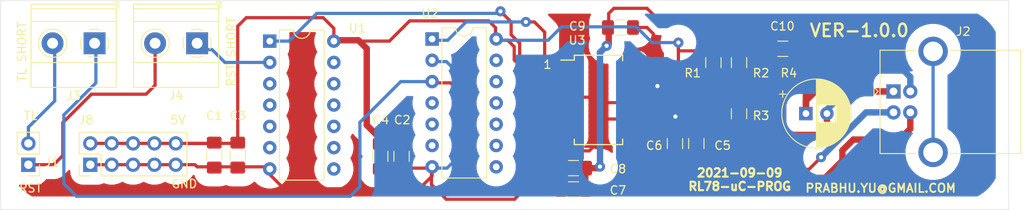
<source format=kicad_pcb>
(kicad_pcb (version 20171130) (host pcbnew "(5.1.10)-1")

  (general
    (thickness 1.6)
    (drawings 21)
    (tracks 247)
    (zones 0)
    (modules 22)
    (nets 29)
  )

  (page A4)
  (title_block
    (title "RL78 FLASH PROGRAMMER")
    (date 2021-10-29)
    (rev V1.2)
    (company "PRABHU ULLAGADDI")
    (comment 1 "1 wire UART Type B Circuit")
    (comment 2 "use Renesas Flash prog GUI")
  )

  (layers
    (0 F.Cu signal)
    (31 B.Cu signal)
    (33 F.Adhes user)
    (35 F.Paste user)
    (37 F.SilkS user)
    (39 F.Mask user)
    (40 Dwgs.User user)
    (41 Cmts.User user)
    (42 Eco1.User user hide)
    (43 Eco2.User user hide)
    (44 Edge.Cuts user)
    (45 Margin user hide)
    (46 B.CrtYd user hide)
    (47 F.CrtYd user hide)
    (49 F.Fab user hide)
  )

  (setup
    (last_trace_width 0.381)
    (user_trace_width 0.381)
    (user_trace_width 0.508)
    (user_trace_width 0.762)
    (user_trace_width 1.27)
    (trace_clearance 0.2)
    (zone_clearance 1.524)
    (zone_45_only yes)
    (trace_min 0.381)
    (via_size 1.2)
    (via_drill 0.5)
    (via_min_size 1.2)
    (via_min_drill 0.5)
    (uvia_size 0.3)
    (uvia_drill 0.1)
    (uvias_allowed no)
    (uvia_min_size 0.2)
    (uvia_min_drill 0.1)
    (edge_width 0.05)
    (segment_width 0.2)
    (pcb_text_width 0.3)
    (pcb_text_size 1.5 1.5)
    (mod_edge_width 0.12)
    (mod_text_size 1 1)
    (mod_text_width 0.15)
    (pad_size 1.524 1.524)
    (pad_drill 0.762)
    (pad_to_mask_clearance 0.051)
    (solder_mask_min_width 0.25)
    (aux_axis_origin 0 0)
    (visible_elements 7FFCFB3F)
    (pcbplotparams
      (layerselection 0x010a0_ffffffff)
      (usegerberextensions false)
      (usegerberattributes false)
      (usegerberadvancedattributes false)
      (creategerberjobfile false)
      (excludeedgelayer true)
      (linewidth 0.100000)
      (plotframeref false)
      (viasonmask false)
      (mode 1)
      (useauxorigin false)
      (hpglpennumber 1)
      (hpglpenspeed 20)
      (hpglpendiameter 15.000000)
      (psnegative false)
      (psa4output false)
      (plotreference true)
      (plotvalue true)
      (plotinvisibletext false)
      (padsonsilk false)
      (subtractmaskfromsilk false)
      (outputformat 1)
      (mirror false)
      (drillshape 0)
      (scaleselection 1)
      (outputdirectory "GERBER/"))
  )

  (net 0 "")
  (net 1 GND)
  (net 2 +5V)
  (net 3 "Net-(C5-Pad1)")
  (net 4 "Net-(J2-Pad2)")
  (net 5 "Net-(J2-Pad3)")
  (net 6 "Net-(J2-Pad5)")
  (net 7 "Net-(R1-Pad2)")
  (net 8 "Net-(C10-Pad1)")
  (net 9 /RTS)
  (net 10 "Net-(U2-Pad1)")
  (net 11 /TL)
  (net 12 /RST)
  (net 13 "Net-(J3-Pad1)")
  (net 14 "Net-(J4-Pad1)")
  (net 15 "Net-(U3-Pad2)")
  (net 16 "Net-(U3-Pad6)")
  (net 17 "Net-(U3-Pad8)")
  (net 18 "Net-(U3-Pad9)")
  (net 19 "Net-(U3-Pad10)")
  (net 20 "Net-(U3-Pad11)")
  (net 21 "Net-(U3-Pad12)")
  (net 22 "Net-(U3-Pad13)")
  (net 23 "Net-(U3-Pad14)")
  (net 24 "Net-(U3-Pad22)")
  (net 25 "Net-(U3-Pad23)")
  (net 26 "Net-(U3-Pad24)")
  (net 27 "Net-(U3-Pad27)")
  (net 28 "Net-(U3-Pad28)")

  (net_class Default "This is the default net class."
    (clearance 0.2)
    (trace_width 0.381)
    (via_dia 1.2)
    (via_drill 0.5)
    (uvia_dia 0.3)
    (uvia_drill 0.1)
    (diff_pair_width 0.381)
    (diff_pair_gap 0.25)
    (add_net +5V)
    (add_net /RST)
    (add_net /RTS)
    (add_net /TL)
    (add_net GND)
    (add_net "Net-(C10-Pad1)")
    (add_net "Net-(C5-Pad1)")
    (add_net "Net-(J2-Pad2)")
    (add_net "Net-(J2-Pad3)")
    (add_net "Net-(J2-Pad5)")
    (add_net "Net-(J3-Pad1)")
    (add_net "Net-(J4-Pad1)")
    (add_net "Net-(R1-Pad2)")
    (add_net "Net-(U2-Pad1)")
    (add_net "Net-(U3-Pad10)")
    (add_net "Net-(U3-Pad11)")
    (add_net "Net-(U3-Pad12)")
    (add_net "Net-(U3-Pad13)")
    (add_net "Net-(U3-Pad14)")
    (add_net "Net-(U3-Pad2)")
    (add_net "Net-(U3-Pad22)")
    (add_net "Net-(U3-Pad23)")
    (add_net "Net-(U3-Pad24)")
    (add_net "Net-(U3-Pad27)")
    (add_net "Net-(U3-Pad28)")
    (add_net "Net-(U3-Pad6)")
    (add_net "Net-(U3-Pad8)")
    (add_net "Net-(U3-Pad9)")
  )

  (module Connector_PinHeader_2.54mm:PinHeader_2x05_P2.54mm_Vertical (layer F.Cu) (tedit 59FED5CC) (tstamp 5D474058)
    (at 98.044 70.866 90)
    (descr "Through hole straight pin header, 2x05, 2.54mm pitch, double rows")
    (tags "Through hole pin header THT 2x05 2.54mm double row")
    (path /5DFA830C)
    (fp_text reference J8 (at 5.334 -0.508 180) (layer F.SilkS)
      (effects (font (size 1 1) (thickness 0.15)))
    )
    (fp_text value Conn_02x05_Odd_Even (at 1.27 12.49 90) (layer F.Fab)
      (effects (font (size 1 1) (thickness 0.15)))
    )
    (fp_line (start 0 -1.27) (end 3.81 -1.27) (layer F.Fab) (width 0.1))
    (fp_line (start 3.81 -1.27) (end 3.81 11.43) (layer F.Fab) (width 0.1))
    (fp_line (start 3.81 11.43) (end -1.27 11.43) (layer F.Fab) (width 0.1))
    (fp_line (start -1.27 11.43) (end -1.27 0) (layer F.Fab) (width 0.1))
    (fp_line (start -1.27 0) (end 0 -1.27) (layer F.Fab) (width 0.1))
    (fp_line (start -1.33 11.49) (end 3.87 11.49) (layer F.SilkS) (width 0.12))
    (fp_line (start -1.33 1.27) (end -1.33 11.49) (layer F.SilkS) (width 0.12))
    (fp_line (start 3.87 -1.33) (end 3.87 11.49) (layer F.SilkS) (width 0.12))
    (fp_line (start -1.33 1.27) (end 1.27 1.27) (layer F.SilkS) (width 0.12))
    (fp_line (start 1.27 1.27) (end 1.27 -1.33) (layer F.SilkS) (width 0.12))
    (fp_line (start 1.27 -1.33) (end 3.87 -1.33) (layer F.SilkS) (width 0.12))
    (fp_line (start -1.33 0) (end -1.33 -1.33) (layer F.SilkS) (width 0.12))
    (fp_line (start -1.33 -1.33) (end 0 -1.33) (layer F.SilkS) (width 0.12))
    (fp_line (start -1.8 -1.8) (end -1.8 11.95) (layer F.CrtYd) (width 0.05))
    (fp_line (start -1.8 11.95) (end 4.35 11.95) (layer F.CrtYd) (width 0.05))
    (fp_line (start 4.35 11.95) (end 4.35 -1.8) (layer F.CrtYd) (width 0.05))
    (fp_line (start 4.35 -1.8) (end -1.8 -1.8) (layer F.CrtYd) (width 0.05))
    (fp_text user %R (at 1.27 5.08) (layer F.Fab)
      (effects (font (size 1 1) (thickness 0.15)))
    )
    (pad 1 thru_hole rect (at 0 0 90) (size 1.7 1.7) (drill 1) (layers *.Cu *.Mask)
      (net 1 GND))
    (pad 2 thru_hole oval (at 2.54 0 90) (size 1.7 1.7) (drill 1) (layers *.Cu *.Mask)
      (net 2 +5V))
    (pad 3 thru_hole oval (at 0 2.54 90) (size 1.7 1.7) (drill 1) (layers *.Cu *.Mask)
      (net 1 GND))
    (pad 4 thru_hole oval (at 2.54 2.54 90) (size 1.7 1.7) (drill 1) (layers *.Cu *.Mask)
      (net 2 +5V))
    (pad 5 thru_hole oval (at 0 5.08 90) (size 1.7 1.7) (drill 1) (layers *.Cu *.Mask)
      (net 1 GND))
    (pad 6 thru_hole oval (at 2.54 5.08 90) (size 1.7 1.7) (drill 1) (layers *.Cu *.Mask)
      (net 2 +5V))
    (pad 7 thru_hole oval (at 0 7.62 90) (size 1.7 1.7) (drill 1) (layers *.Cu *.Mask)
      (net 1 GND))
    (pad 8 thru_hole oval (at 2.54 7.62 90) (size 1.7 1.7) (drill 1) (layers *.Cu *.Mask)
      (net 2 +5V))
    (pad 9 thru_hole oval (at 0 10.16 90) (size 1.7 1.7) (drill 1) (layers *.Cu *.Mask)
      (net 1 GND))
    (pad 10 thru_hole oval (at 2.54 10.16 90) (size 1.7 1.7) (drill 1) (layers *.Cu *.Mask)
      (net 2 +5V))
    (model ${KISYS3DMOD}/Connector_PinHeader_2.54mm.3dshapes/PinHeader_2x05_P2.54mm_Vertical.wrl
      (at (xyz 0 0 0))
      (scale (xyz 1 1 1))
      (rotate (xyz 0 0 0))
    )
  )

  (module Connector_PinHeader_2.54mm:PinHeader_1x02_P2.54mm_Vertical (layer F.Cu) (tedit 59FED5CC) (tstamp 5D9387B9)
    (at 90.678 70.866 180)
    (descr "Through hole straight pin header, 1x02, 2.54mm pitch, single row")
    (tags "Through hole pin header THT 1x02 2.54mm single row")
    (path /5DA4A282)
    (fp_text reference J1 (at -2.794 0.254) (layer F.SilkS)
      (effects (font (size 1 1) (thickness 0.15)))
    )
    (fp_text value Conn_01x02 (at 0 4.87) (layer F.Fab)
      (effects (font (size 1 1) (thickness 0.15)))
    )
    (fp_line (start -0.635 -1.27) (end 1.27 -1.27) (layer F.Fab) (width 0.1))
    (fp_line (start 1.27 -1.27) (end 1.27 3.81) (layer F.Fab) (width 0.1))
    (fp_line (start 1.27 3.81) (end -1.27 3.81) (layer F.Fab) (width 0.1))
    (fp_line (start -1.27 3.81) (end -1.27 -0.635) (layer F.Fab) (width 0.1))
    (fp_line (start -1.27 -0.635) (end -0.635 -1.27) (layer F.Fab) (width 0.1))
    (fp_line (start -1.33 3.87) (end 1.33 3.87) (layer F.SilkS) (width 0.12))
    (fp_line (start -1.33 1.27) (end -1.33 3.87) (layer F.SilkS) (width 0.12))
    (fp_line (start 1.33 1.27) (end 1.33 3.87) (layer F.SilkS) (width 0.12))
    (fp_line (start -1.33 1.27) (end 1.33 1.27) (layer F.SilkS) (width 0.12))
    (fp_line (start -1.33 0) (end -1.33 -1.33) (layer F.SilkS) (width 0.12))
    (fp_line (start -1.33 -1.33) (end 0 -1.33) (layer F.SilkS) (width 0.12))
    (fp_line (start -1.8 -1.8) (end -1.8 4.35) (layer F.CrtYd) (width 0.05))
    (fp_line (start -1.8 4.35) (end 1.8 4.35) (layer F.CrtYd) (width 0.05))
    (fp_line (start 1.8 4.35) (end 1.8 -1.8) (layer F.CrtYd) (width 0.05))
    (fp_line (start 1.8 -1.8) (end -1.8 -1.8) (layer F.CrtYd) (width 0.05))
    (fp_text user %R (at 0 1.27 90) (layer F.Fab)
      (effects (font (size 1 1) (thickness 0.15)))
    )
    (pad 1 thru_hole rect (at 0 0 180) (size 1.7 1.7) (drill 1) (layers *.Cu *.Mask)
      (net 12 /RST))
    (pad 2 thru_hole oval (at 0 2.54 180) (size 1.7 1.7) (drill 1) (layers *.Cu *.Mask)
      (net 11 /TL))
    (model ${KISYS3DMOD}/Connector_PinHeader_2.54mm.3dshapes/PinHeader_1x02_P2.54mm_Vertical.wrl
      (at (xyz 0 0 0))
      (scale (xyz 1 1 1))
      (rotate (xyz 0 0 0))
    )
  )

  (module Package_DIP:DIP-14_W7.62mm (layer F.Cu) (tedit 5A02E8C5) (tstamp 5D9387DB)
    (at 119.38 56.134)
    (descr "14-lead though-hole mounted DIP package, row spacing 7.62 mm (300 mils)")
    (tags "THT DIP DIL PDIP 2.54mm 7.62mm 300mil")
    (path /5CEC3466)
    (fp_text reference U1 (at 10.414 -1.524) (layer F.SilkS)
      (effects (font (size 1 1) (thickness 0.15)))
    )
    (fp_text value 74LS06 (at 3.81 17.57) (layer F.Fab)
      (effects (font (size 1 1) (thickness 0.15)))
    )
    (fp_line (start 8.7 -1.55) (end -1.1 -1.55) (layer F.CrtYd) (width 0.05))
    (fp_line (start 8.7 16.8) (end 8.7 -1.55) (layer F.CrtYd) (width 0.05))
    (fp_line (start -1.1 16.8) (end 8.7 16.8) (layer F.CrtYd) (width 0.05))
    (fp_line (start -1.1 -1.55) (end -1.1 16.8) (layer F.CrtYd) (width 0.05))
    (fp_line (start 6.46 -1.33) (end 4.81 -1.33) (layer F.SilkS) (width 0.12))
    (fp_line (start 6.46 16.57) (end 6.46 -1.33) (layer F.SilkS) (width 0.12))
    (fp_line (start 1.16 16.57) (end 6.46 16.57) (layer F.SilkS) (width 0.12))
    (fp_line (start 1.16 -1.33) (end 1.16 16.57) (layer F.SilkS) (width 0.12))
    (fp_line (start 2.81 -1.33) (end 1.16 -1.33) (layer F.SilkS) (width 0.12))
    (fp_line (start 0.635 -0.27) (end 1.635 -1.27) (layer F.Fab) (width 0.1))
    (fp_line (start 0.635 16.51) (end 0.635 -0.27) (layer F.Fab) (width 0.1))
    (fp_line (start 6.985 16.51) (end 0.635 16.51) (layer F.Fab) (width 0.1))
    (fp_line (start 6.985 -1.27) (end 6.985 16.51) (layer F.Fab) (width 0.1))
    (fp_line (start 1.635 -1.27) (end 6.985 -1.27) (layer F.Fab) (width 0.1))
    (fp_text user %R (at 3.81 7.62) (layer F.Fab)
      (effects (font (size 1 1) (thickness 0.15)))
    )
    (fp_arc (start 3.81 -1.33) (end 2.81 -1.33) (angle -180) (layer F.SilkS) (width 0.12))
    (pad 14 thru_hole oval (at 7.62 0) (size 1.6 1.6) (drill 0.8) (layers *.Cu *.Mask)
      (net 2 +5V))
    (pad 7 thru_hole oval (at 0 15.24) (size 1.6 1.6) (drill 0.8) (layers *.Cu *.Mask)
      (net 1 GND))
    (pad 13 thru_hole oval (at 7.62 2.54) (size 1.6 1.6) (drill 0.8) (layers *.Cu *.Mask))
    (pad 6 thru_hole oval (at 0 12.7) (size 1.6 1.6) (drill 0.8) (layers *.Cu *.Mask))
    (pad 12 thru_hole oval (at 7.62 5.08) (size 1.6 1.6) (drill 0.8) (layers *.Cu *.Mask))
    (pad 5 thru_hole oval (at 0 10.16) (size 1.6 1.6) (drill 0.8) (layers *.Cu *.Mask))
    (pad 11 thru_hole oval (at 7.62 7.62) (size 1.6 1.6) (drill 0.8) (layers *.Cu *.Mask))
    (pad 4 thru_hole oval (at 0 7.62) (size 1.6 1.6) (drill 0.8) (layers *.Cu *.Mask))
    (pad 10 thru_hole oval (at 7.62 10.16) (size 1.6 1.6) (drill 0.8) (layers *.Cu *.Mask))
    (pad 3 thru_hole oval (at 0 5.08) (size 1.6 1.6) (drill 0.8) (layers *.Cu *.Mask))
    (pad 9 thru_hole oval (at 7.62 12.7) (size 1.6 1.6) (drill 0.8) (layers *.Cu *.Mask))
    (pad 2 thru_hole oval (at 0 2.54) (size 1.6 1.6) (drill 0.8) (layers *.Cu *.Mask)
      (net 14 "Net-(J4-Pad1)"))
    (pad 8 thru_hole oval (at 7.62 15.24) (size 1.6 1.6) (drill 0.8) (layers *.Cu *.Mask))
    (pad 1 thru_hole rect (at 0 0) (size 1.6 1.6) (drill 0.8) (layers *.Cu *.Mask)
      (net 9 /RTS))
    (model ${KISYS3DMOD}/Package_DIP.3dshapes/DIP-14_W7.62mm.wrl
      (at (xyz 0 0 0))
      (scale (xyz 1 1 1))
      (rotate (xyz 0 0 0))
    )
  )

  (module Package_DIP:DIP-14_W7.62mm (layer F.Cu) (tedit 5A02E8C5) (tstamp 5D9387FD)
    (at 138.684 55.88)
    (descr "14-lead though-hole mounted DIP package, row spacing 7.62 mm (300 mils)")
    (tags "THT DIP DIL PDIP 2.54mm 7.62mm 300mil")
    (path /5CEC211D)
    (fp_text reference U2 (at -0.254 -3.048) (layer F.SilkS)
      (effects (font (size 1 1) (thickness 0.15)))
    )
    (fp_text value 74LS125 (at 3.81 17.57) (layer F.Fab)
      (effects (font (size 1 1) (thickness 0.15)))
    )
    (fp_line (start 1.635 -1.27) (end 6.985 -1.27) (layer F.Fab) (width 0.1))
    (fp_line (start 6.985 -1.27) (end 6.985 16.51) (layer F.Fab) (width 0.1))
    (fp_line (start 6.985 16.51) (end 0.635 16.51) (layer F.Fab) (width 0.1))
    (fp_line (start 0.635 16.51) (end 0.635 -0.27) (layer F.Fab) (width 0.1))
    (fp_line (start 0.635 -0.27) (end 1.635 -1.27) (layer F.Fab) (width 0.1))
    (fp_line (start 2.81 -1.33) (end 1.16 -1.33) (layer F.SilkS) (width 0.12))
    (fp_line (start 1.16 -1.33) (end 1.16 16.57) (layer F.SilkS) (width 0.12))
    (fp_line (start 1.16 16.57) (end 6.46 16.57) (layer F.SilkS) (width 0.12))
    (fp_line (start 6.46 16.57) (end 6.46 -1.33) (layer F.SilkS) (width 0.12))
    (fp_line (start 6.46 -1.33) (end 4.81 -1.33) (layer F.SilkS) (width 0.12))
    (fp_line (start -1.1 -1.55) (end -1.1 16.8) (layer F.CrtYd) (width 0.05))
    (fp_line (start -1.1 16.8) (end 8.7 16.8) (layer F.CrtYd) (width 0.05))
    (fp_line (start 8.7 16.8) (end 8.7 -1.55) (layer F.CrtYd) (width 0.05))
    (fp_line (start 8.7 -1.55) (end -1.1 -1.55) (layer F.CrtYd) (width 0.05))
    (fp_arc (start 3.81 -1.33) (end 2.81 -1.33) (angle -180) (layer F.SilkS) (width 0.12))
    (fp_text user %R (at 3.81 7.62) (layer F.Fab)
      (effects (font (size 1 1) (thickness 0.15)))
    )
    (pad 1 thru_hole rect (at 0 0) (size 1.6 1.6) (drill 0.8) (layers *.Cu *.Mask)
      (net 10 "Net-(U2-Pad1)"))
    (pad 8 thru_hole oval (at 7.62 15.24) (size 1.6 1.6) (drill 0.8) (layers *.Cu *.Mask))
    (pad 2 thru_hole oval (at 0 2.54) (size 1.6 1.6) (drill 0.8) (layers *.Cu *.Mask)
      (net 1 GND))
    (pad 9 thru_hole oval (at 7.62 12.7) (size 1.6 1.6) (drill 0.8) (layers *.Cu *.Mask))
    (pad 3 thru_hole oval (at 0 5.08) (size 1.6 1.6) (drill 0.8) (layers *.Cu *.Mask)
      (net 13 "Net-(J3-Pad1)"))
    (pad 10 thru_hole oval (at 7.62 10.16) (size 1.6 1.6) (drill 0.8) (layers *.Cu *.Mask))
    (pad 4 thru_hole oval (at 0 7.62) (size 1.6 1.6) (drill 0.8) (layers *.Cu *.Mask))
    (pad 11 thru_hole oval (at 7.62 7.62) (size 1.6 1.6) (drill 0.8) (layers *.Cu *.Mask))
    (pad 5 thru_hole oval (at 0 10.16) (size 1.6 1.6) (drill 0.8) (layers *.Cu *.Mask))
    (pad 12 thru_hole oval (at 7.62 5.08) (size 1.6 1.6) (drill 0.8) (layers *.Cu *.Mask))
    (pad 6 thru_hole oval (at 0 12.7) (size 1.6 1.6) (drill 0.8) (layers *.Cu *.Mask))
    (pad 13 thru_hole oval (at 7.62 2.54) (size 1.6 1.6) (drill 0.8) (layers *.Cu *.Mask))
    (pad 7 thru_hole oval (at 0 15.24) (size 1.6 1.6) (drill 0.8) (layers *.Cu *.Mask)
      (net 1 GND))
    (pad 14 thru_hole oval (at 7.62 0) (size 1.6 1.6) (drill 0.8) (layers *.Cu *.Mask)
      (net 2 +5V))
    (model ${KISYS3DMOD}/Package_DIP.3dshapes/DIP-14_W7.62mm.wrl
      (at (xyz 0 0 0))
      (scale (xyz 1 1 1))
      (rotate (xyz 0 0 0))
    )
  )

  (module Capacitor_THT:CP_Radial_D8.0mm_P2.50mm (layer F.Cu) (tedit 5AE50EF0) (tstamp 5D938CEC)
    (at 183.134 64.77)
    (descr "CP, Radial series, Radial, pin pitch=2.50mm, , diameter=8mm, Electrolytic Capacitor")
    (tags "CP Radial series Radial pin pitch 2.50mm  diameter 8mm Electrolytic Capacitor")
    (path /5D374A23)
    (fp_text reference C10 (at -2.794 -10.414) (layer F.SilkS)
      (effects (font (size 1 1) (thickness 0.15)))
    )
    (fp_text value 47uF (at 1.25 5.25) (layer F.Fab)
      (effects (font (size 1 1) (thickness 0.15)))
    )
    (fp_circle (center 1.25 0) (end 5.25 0) (layer F.Fab) (width 0.1))
    (fp_circle (center 1.25 0) (end 5.37 0) (layer F.SilkS) (width 0.12))
    (fp_circle (center 1.25 0) (end 5.5 0) (layer F.CrtYd) (width 0.05))
    (fp_line (start -2.176759 -1.7475) (end -1.376759 -1.7475) (layer F.Fab) (width 0.1))
    (fp_line (start -1.776759 -2.1475) (end -1.776759 -1.3475) (layer F.Fab) (width 0.1))
    (fp_line (start 1.25 -4.08) (end 1.25 4.08) (layer F.SilkS) (width 0.12))
    (fp_line (start 1.29 -4.08) (end 1.29 4.08) (layer F.SilkS) (width 0.12))
    (fp_line (start 1.33 -4.08) (end 1.33 4.08) (layer F.SilkS) (width 0.12))
    (fp_line (start 1.37 -4.079) (end 1.37 4.079) (layer F.SilkS) (width 0.12))
    (fp_line (start 1.41 -4.077) (end 1.41 4.077) (layer F.SilkS) (width 0.12))
    (fp_line (start 1.45 -4.076) (end 1.45 4.076) (layer F.SilkS) (width 0.12))
    (fp_line (start 1.49 -4.074) (end 1.49 -1.04) (layer F.SilkS) (width 0.12))
    (fp_line (start 1.49 1.04) (end 1.49 4.074) (layer F.SilkS) (width 0.12))
    (fp_line (start 1.53 -4.071) (end 1.53 -1.04) (layer F.SilkS) (width 0.12))
    (fp_line (start 1.53 1.04) (end 1.53 4.071) (layer F.SilkS) (width 0.12))
    (fp_line (start 1.57 -4.068) (end 1.57 -1.04) (layer F.SilkS) (width 0.12))
    (fp_line (start 1.57 1.04) (end 1.57 4.068) (layer F.SilkS) (width 0.12))
    (fp_line (start 1.61 -4.065) (end 1.61 -1.04) (layer F.SilkS) (width 0.12))
    (fp_line (start 1.61 1.04) (end 1.61 4.065) (layer F.SilkS) (width 0.12))
    (fp_line (start 1.65 -4.061) (end 1.65 -1.04) (layer F.SilkS) (width 0.12))
    (fp_line (start 1.65 1.04) (end 1.65 4.061) (layer F.SilkS) (width 0.12))
    (fp_line (start 1.69 -4.057) (end 1.69 -1.04) (layer F.SilkS) (width 0.12))
    (fp_line (start 1.69 1.04) (end 1.69 4.057) (layer F.SilkS) (width 0.12))
    (fp_line (start 1.73 -4.052) (end 1.73 -1.04) (layer F.SilkS) (width 0.12))
    (fp_line (start 1.73 1.04) (end 1.73 4.052) (layer F.SilkS) (width 0.12))
    (fp_line (start 1.77 -4.048) (end 1.77 -1.04) (layer F.SilkS) (width 0.12))
    (fp_line (start 1.77 1.04) (end 1.77 4.048) (layer F.SilkS) (width 0.12))
    (fp_line (start 1.81 -4.042) (end 1.81 -1.04) (layer F.SilkS) (width 0.12))
    (fp_line (start 1.81 1.04) (end 1.81 4.042) (layer F.SilkS) (width 0.12))
    (fp_line (start 1.85 -4.037) (end 1.85 -1.04) (layer F.SilkS) (width 0.12))
    (fp_line (start 1.85 1.04) (end 1.85 4.037) (layer F.SilkS) (width 0.12))
    (fp_line (start 1.89 -4.03) (end 1.89 -1.04) (layer F.SilkS) (width 0.12))
    (fp_line (start 1.89 1.04) (end 1.89 4.03) (layer F.SilkS) (width 0.12))
    (fp_line (start 1.93 -4.024) (end 1.93 -1.04) (layer F.SilkS) (width 0.12))
    (fp_line (start 1.93 1.04) (end 1.93 4.024) (layer F.SilkS) (width 0.12))
    (fp_line (start 1.971 -4.017) (end 1.971 -1.04) (layer F.SilkS) (width 0.12))
    (fp_line (start 1.971 1.04) (end 1.971 4.017) (layer F.SilkS) (width 0.12))
    (fp_line (start 2.011 -4.01) (end 2.011 -1.04) (layer F.SilkS) (width 0.12))
    (fp_line (start 2.011 1.04) (end 2.011 4.01) (layer F.SilkS) (width 0.12))
    (fp_line (start 2.051 -4.002) (end 2.051 -1.04) (layer F.SilkS) (width 0.12))
    (fp_line (start 2.051 1.04) (end 2.051 4.002) (layer F.SilkS) (width 0.12))
    (fp_line (start 2.091 -3.994) (end 2.091 -1.04) (layer F.SilkS) (width 0.12))
    (fp_line (start 2.091 1.04) (end 2.091 3.994) (layer F.SilkS) (width 0.12))
    (fp_line (start 2.131 -3.985) (end 2.131 -1.04) (layer F.SilkS) (width 0.12))
    (fp_line (start 2.131 1.04) (end 2.131 3.985) (layer F.SilkS) (width 0.12))
    (fp_line (start 2.171 -3.976) (end 2.171 -1.04) (layer F.SilkS) (width 0.12))
    (fp_line (start 2.171 1.04) (end 2.171 3.976) (layer F.SilkS) (width 0.12))
    (fp_line (start 2.211 -3.967) (end 2.211 -1.04) (layer F.SilkS) (width 0.12))
    (fp_line (start 2.211 1.04) (end 2.211 3.967) (layer F.SilkS) (width 0.12))
    (fp_line (start 2.251 -3.957) (end 2.251 -1.04) (layer F.SilkS) (width 0.12))
    (fp_line (start 2.251 1.04) (end 2.251 3.957) (layer F.SilkS) (width 0.12))
    (fp_line (start 2.291 -3.947) (end 2.291 -1.04) (layer F.SilkS) (width 0.12))
    (fp_line (start 2.291 1.04) (end 2.291 3.947) (layer F.SilkS) (width 0.12))
    (fp_line (start 2.331 -3.936) (end 2.331 -1.04) (layer F.SilkS) (width 0.12))
    (fp_line (start 2.331 1.04) (end 2.331 3.936) (layer F.SilkS) (width 0.12))
    (fp_line (start 2.371 -3.925) (end 2.371 -1.04) (layer F.SilkS) (width 0.12))
    (fp_line (start 2.371 1.04) (end 2.371 3.925) (layer F.SilkS) (width 0.12))
    (fp_line (start 2.411 -3.914) (end 2.411 -1.04) (layer F.SilkS) (width 0.12))
    (fp_line (start 2.411 1.04) (end 2.411 3.914) (layer F.SilkS) (width 0.12))
    (fp_line (start 2.451 -3.902) (end 2.451 -1.04) (layer F.SilkS) (width 0.12))
    (fp_line (start 2.451 1.04) (end 2.451 3.902) (layer F.SilkS) (width 0.12))
    (fp_line (start 2.491 -3.889) (end 2.491 -1.04) (layer F.SilkS) (width 0.12))
    (fp_line (start 2.491 1.04) (end 2.491 3.889) (layer F.SilkS) (width 0.12))
    (fp_line (start 2.531 -3.877) (end 2.531 -1.04) (layer F.SilkS) (width 0.12))
    (fp_line (start 2.531 1.04) (end 2.531 3.877) (layer F.SilkS) (width 0.12))
    (fp_line (start 2.571 -3.863) (end 2.571 -1.04) (layer F.SilkS) (width 0.12))
    (fp_line (start 2.571 1.04) (end 2.571 3.863) (layer F.SilkS) (width 0.12))
    (fp_line (start 2.611 -3.85) (end 2.611 -1.04) (layer F.SilkS) (width 0.12))
    (fp_line (start 2.611 1.04) (end 2.611 3.85) (layer F.SilkS) (width 0.12))
    (fp_line (start 2.651 -3.835) (end 2.651 -1.04) (layer F.SilkS) (width 0.12))
    (fp_line (start 2.651 1.04) (end 2.651 3.835) (layer F.SilkS) (width 0.12))
    (fp_line (start 2.691 -3.821) (end 2.691 -1.04) (layer F.SilkS) (width 0.12))
    (fp_line (start 2.691 1.04) (end 2.691 3.821) (layer F.SilkS) (width 0.12))
    (fp_line (start 2.731 -3.805) (end 2.731 -1.04) (layer F.SilkS) (width 0.12))
    (fp_line (start 2.731 1.04) (end 2.731 3.805) (layer F.SilkS) (width 0.12))
    (fp_line (start 2.771 -3.79) (end 2.771 -1.04) (layer F.SilkS) (width 0.12))
    (fp_line (start 2.771 1.04) (end 2.771 3.79) (layer F.SilkS) (width 0.12))
    (fp_line (start 2.811 -3.774) (end 2.811 -1.04) (layer F.SilkS) (width 0.12))
    (fp_line (start 2.811 1.04) (end 2.811 3.774) (layer F.SilkS) (width 0.12))
    (fp_line (start 2.851 -3.757) (end 2.851 -1.04) (layer F.SilkS) (width 0.12))
    (fp_line (start 2.851 1.04) (end 2.851 3.757) (layer F.SilkS) (width 0.12))
    (fp_line (start 2.891 -3.74) (end 2.891 -1.04) (layer F.SilkS) (width 0.12))
    (fp_line (start 2.891 1.04) (end 2.891 3.74) (layer F.SilkS) (width 0.12))
    (fp_line (start 2.931 -3.722) (end 2.931 -1.04) (layer F.SilkS) (width 0.12))
    (fp_line (start 2.931 1.04) (end 2.931 3.722) (layer F.SilkS) (width 0.12))
    (fp_line (start 2.971 -3.704) (end 2.971 -1.04) (layer F.SilkS) (width 0.12))
    (fp_line (start 2.971 1.04) (end 2.971 3.704) (layer F.SilkS) (width 0.12))
    (fp_line (start 3.011 -3.686) (end 3.011 -1.04) (layer F.SilkS) (width 0.12))
    (fp_line (start 3.011 1.04) (end 3.011 3.686) (layer F.SilkS) (width 0.12))
    (fp_line (start 3.051 -3.666) (end 3.051 -1.04) (layer F.SilkS) (width 0.12))
    (fp_line (start 3.051 1.04) (end 3.051 3.666) (layer F.SilkS) (width 0.12))
    (fp_line (start 3.091 -3.647) (end 3.091 -1.04) (layer F.SilkS) (width 0.12))
    (fp_line (start 3.091 1.04) (end 3.091 3.647) (layer F.SilkS) (width 0.12))
    (fp_line (start 3.131 -3.627) (end 3.131 -1.04) (layer F.SilkS) (width 0.12))
    (fp_line (start 3.131 1.04) (end 3.131 3.627) (layer F.SilkS) (width 0.12))
    (fp_line (start 3.171 -3.606) (end 3.171 -1.04) (layer F.SilkS) (width 0.12))
    (fp_line (start 3.171 1.04) (end 3.171 3.606) (layer F.SilkS) (width 0.12))
    (fp_line (start 3.211 -3.584) (end 3.211 -1.04) (layer F.SilkS) (width 0.12))
    (fp_line (start 3.211 1.04) (end 3.211 3.584) (layer F.SilkS) (width 0.12))
    (fp_line (start 3.251 -3.562) (end 3.251 -1.04) (layer F.SilkS) (width 0.12))
    (fp_line (start 3.251 1.04) (end 3.251 3.562) (layer F.SilkS) (width 0.12))
    (fp_line (start 3.291 -3.54) (end 3.291 -1.04) (layer F.SilkS) (width 0.12))
    (fp_line (start 3.291 1.04) (end 3.291 3.54) (layer F.SilkS) (width 0.12))
    (fp_line (start 3.331 -3.517) (end 3.331 -1.04) (layer F.SilkS) (width 0.12))
    (fp_line (start 3.331 1.04) (end 3.331 3.517) (layer F.SilkS) (width 0.12))
    (fp_line (start 3.371 -3.493) (end 3.371 -1.04) (layer F.SilkS) (width 0.12))
    (fp_line (start 3.371 1.04) (end 3.371 3.493) (layer F.SilkS) (width 0.12))
    (fp_line (start 3.411 -3.469) (end 3.411 -1.04) (layer F.SilkS) (width 0.12))
    (fp_line (start 3.411 1.04) (end 3.411 3.469) (layer F.SilkS) (width 0.12))
    (fp_line (start 3.451 -3.444) (end 3.451 -1.04) (layer F.SilkS) (width 0.12))
    (fp_line (start 3.451 1.04) (end 3.451 3.444) (layer F.SilkS) (width 0.12))
    (fp_line (start 3.491 -3.418) (end 3.491 -1.04) (layer F.SilkS) (width 0.12))
    (fp_line (start 3.491 1.04) (end 3.491 3.418) (layer F.SilkS) (width 0.12))
    (fp_line (start 3.531 -3.392) (end 3.531 -1.04) (layer F.SilkS) (width 0.12))
    (fp_line (start 3.531 1.04) (end 3.531 3.392) (layer F.SilkS) (width 0.12))
    (fp_line (start 3.571 -3.365) (end 3.571 3.365) (layer F.SilkS) (width 0.12))
    (fp_line (start 3.611 -3.338) (end 3.611 3.338) (layer F.SilkS) (width 0.12))
    (fp_line (start 3.651 -3.309) (end 3.651 3.309) (layer F.SilkS) (width 0.12))
    (fp_line (start 3.691 -3.28) (end 3.691 3.28) (layer F.SilkS) (width 0.12))
    (fp_line (start 3.731 -3.25) (end 3.731 3.25) (layer F.SilkS) (width 0.12))
    (fp_line (start 3.771 -3.22) (end 3.771 3.22) (layer F.SilkS) (width 0.12))
    (fp_line (start 3.811 -3.189) (end 3.811 3.189) (layer F.SilkS) (width 0.12))
    (fp_line (start 3.851 -3.156) (end 3.851 3.156) (layer F.SilkS) (width 0.12))
    (fp_line (start 3.891 -3.124) (end 3.891 3.124) (layer F.SilkS) (width 0.12))
    (fp_line (start 3.931 -3.09) (end 3.931 3.09) (layer F.SilkS) (width 0.12))
    (fp_line (start 3.971 -3.055) (end 3.971 3.055) (layer F.SilkS) (width 0.12))
    (fp_line (start 4.011 -3.019) (end 4.011 3.019) (layer F.SilkS) (width 0.12))
    (fp_line (start 4.051 -2.983) (end 4.051 2.983) (layer F.SilkS) (width 0.12))
    (fp_line (start 4.091 -2.945) (end 4.091 2.945) (layer F.SilkS) (width 0.12))
    (fp_line (start 4.131 -2.907) (end 4.131 2.907) (layer F.SilkS) (width 0.12))
    (fp_line (start 4.171 -2.867) (end 4.171 2.867) (layer F.SilkS) (width 0.12))
    (fp_line (start 4.211 -2.826) (end 4.211 2.826) (layer F.SilkS) (width 0.12))
    (fp_line (start 4.251 -2.784) (end 4.251 2.784) (layer F.SilkS) (width 0.12))
    (fp_line (start 4.291 -2.741) (end 4.291 2.741) (layer F.SilkS) (width 0.12))
    (fp_line (start 4.331 -2.697) (end 4.331 2.697) (layer F.SilkS) (width 0.12))
    (fp_line (start 4.371 -2.651) (end 4.371 2.651) (layer F.SilkS) (width 0.12))
    (fp_line (start 4.411 -2.604) (end 4.411 2.604) (layer F.SilkS) (width 0.12))
    (fp_line (start 4.451 -2.556) (end 4.451 2.556) (layer F.SilkS) (width 0.12))
    (fp_line (start 4.491 -2.505) (end 4.491 2.505) (layer F.SilkS) (width 0.12))
    (fp_line (start 4.531 -2.454) (end 4.531 2.454) (layer F.SilkS) (width 0.12))
    (fp_line (start 4.571 -2.4) (end 4.571 2.4) (layer F.SilkS) (width 0.12))
    (fp_line (start 4.611 -2.345) (end 4.611 2.345) (layer F.SilkS) (width 0.12))
    (fp_line (start 4.651 -2.287) (end 4.651 2.287) (layer F.SilkS) (width 0.12))
    (fp_line (start 4.691 -2.228) (end 4.691 2.228) (layer F.SilkS) (width 0.12))
    (fp_line (start 4.731 -2.166) (end 4.731 2.166) (layer F.SilkS) (width 0.12))
    (fp_line (start 4.771 -2.102) (end 4.771 2.102) (layer F.SilkS) (width 0.12))
    (fp_line (start 4.811 -2.034) (end 4.811 2.034) (layer F.SilkS) (width 0.12))
    (fp_line (start 4.851 -1.964) (end 4.851 1.964) (layer F.SilkS) (width 0.12))
    (fp_line (start 4.891 -1.89) (end 4.891 1.89) (layer F.SilkS) (width 0.12))
    (fp_line (start 4.931 -1.813) (end 4.931 1.813) (layer F.SilkS) (width 0.12))
    (fp_line (start 4.971 -1.731) (end 4.971 1.731) (layer F.SilkS) (width 0.12))
    (fp_line (start 5.011 -1.645) (end 5.011 1.645) (layer F.SilkS) (width 0.12))
    (fp_line (start 5.051 -1.552) (end 5.051 1.552) (layer F.SilkS) (width 0.12))
    (fp_line (start 5.091 -1.453) (end 5.091 1.453) (layer F.SilkS) (width 0.12))
    (fp_line (start 5.131 -1.346) (end 5.131 1.346) (layer F.SilkS) (width 0.12))
    (fp_line (start 5.171 -1.229) (end 5.171 1.229) (layer F.SilkS) (width 0.12))
    (fp_line (start 5.211 -1.098) (end 5.211 1.098) (layer F.SilkS) (width 0.12))
    (fp_line (start 5.251 -0.948) (end 5.251 0.948) (layer F.SilkS) (width 0.12))
    (fp_line (start 5.291 -0.768) (end 5.291 0.768) (layer F.SilkS) (width 0.12))
    (fp_line (start 5.331 -0.533) (end 5.331 0.533) (layer F.SilkS) (width 0.12))
    (fp_line (start -3.159698 -2.315) (end -2.359698 -2.315) (layer F.SilkS) (width 0.12))
    (fp_line (start -2.759698 -2.715) (end -2.759698 -1.915) (layer F.SilkS) (width 0.12))
    (fp_text user %R (at 1.25 0) (layer F.Fab)
      (effects (font (size 1 1) (thickness 0.15)))
    )
    (pad 1 thru_hole rect (at 0 0) (size 1.6 1.6) (drill 0.8) (layers *.Cu *.Mask)
      (net 8 "Net-(C10-Pad1)"))
    (pad 2 thru_hole circle (at 2.5 0) (size 1.6 1.6) (drill 0.8) (layers *.Cu *.Mask)
      (net 1 GND))
    (model ${KISYS3DMOD}/Capacitor_THT.3dshapes/CP_Radial_D8.0mm_P2.50mm.wrl
      (at (xyz 0 0 0))
      (scale (xyz 1 1 1))
      (rotate (xyz 0 0 0))
    )
  )

  (module Capacitor_SMD:C_1206_3216Metric_Pad1.42x1.75mm_HandSolder (layer F.Cu) (tedit 5B301BBE) (tstamp 5D93A40F)
    (at 112.776 69.72 270)
    (descr "Capacitor SMD 1206 (3216 Metric), square (rectangular) end terminal, IPC_7351 nominal with elongated pad for handsoldering. (Body size source: http://www.tortai-tech.com/upload/download/2011102023233369053.pdf), generated with kicad-footprint-generator")
    (tags "capacitor handsolder")
    (path /5CEC3CFE)
    (attr smd)
    (fp_text reference C1 (at -4.696 0 180) (layer F.SilkS)
      (effects (font (size 1 1) (thickness 0.15)))
    )
    (fp_text value 0.1uF (at 0 1.82 90) (layer F.Fab)
      (effects (font (size 1 1) (thickness 0.15)))
    )
    (fp_line (start -1.6 0.8) (end -1.6 -0.8) (layer F.Fab) (width 0.1))
    (fp_line (start -1.6 -0.8) (end 1.6 -0.8) (layer F.Fab) (width 0.1))
    (fp_line (start 1.6 -0.8) (end 1.6 0.8) (layer F.Fab) (width 0.1))
    (fp_line (start 1.6 0.8) (end -1.6 0.8) (layer F.Fab) (width 0.1))
    (fp_line (start -0.602064 -0.91) (end 0.602064 -0.91) (layer F.SilkS) (width 0.12))
    (fp_line (start -0.602064 0.91) (end 0.602064 0.91) (layer F.SilkS) (width 0.12))
    (fp_line (start -2.45 1.12) (end -2.45 -1.12) (layer F.CrtYd) (width 0.05))
    (fp_line (start -2.45 -1.12) (end 2.45 -1.12) (layer F.CrtYd) (width 0.05))
    (fp_line (start 2.45 -1.12) (end 2.45 1.12) (layer F.CrtYd) (width 0.05))
    (fp_line (start 2.45 1.12) (end -2.45 1.12) (layer F.CrtYd) (width 0.05))
    (fp_text user %R (at 0 0 90) (layer F.Fab)
      (effects (font (size 0.8 0.8) (thickness 0.12)))
    )
    (pad 1 smd roundrect (at -1.4875 0 270) (size 1.425 1.75) (layers F.Cu F.Paste F.Mask) (roundrect_rratio 0.1754385964912281)
      (net 2 +5V))
    (pad 2 smd roundrect (at 1.4875 0 270) (size 1.425 1.75) (layers F.Cu F.Paste F.Mask) (roundrect_rratio 0.1754385964912281)
      (net 1 GND))
    (model ${KISYS3DMOD}/Capacitor_SMD.3dshapes/C_1206_3216Metric.wrl
      (at (xyz 0 0 0))
      (scale (xyz 1 1 1))
      (rotate (xyz 0 0 0))
    )
  )

  (module Capacitor_SMD:C_1206_3216Metric_Pad1.42x1.75mm_HandSolder (layer F.Cu) (tedit 5B301BBE) (tstamp 5D93A41F)
    (at 135.0518 69.8724 270)
    (descr "Capacitor SMD 1206 (3216 Metric), square (rectangular) end terminal, IPC_7351 nominal with elongated pad for handsoldering. (Body size source: http://www.tortai-tech.com/upload/download/2011102023233369053.pdf), generated with kicad-footprint-generator")
    (tags "capacitor handsolder")
    (path /5CEC3DF4)
    (attr smd)
    (fp_text reference C2 (at -4.3404 -0.0762 180) (layer F.SilkS)
      (effects (font (size 1 1) (thickness 0.15)))
    )
    (fp_text value 0.1uF (at 0 1.82 90) (layer F.Fab)
      (effects (font (size 1 1) (thickness 0.15)))
    )
    (fp_line (start -1.6 0.8) (end -1.6 -0.8) (layer F.Fab) (width 0.1))
    (fp_line (start -1.6 -0.8) (end 1.6 -0.8) (layer F.Fab) (width 0.1))
    (fp_line (start 1.6 -0.8) (end 1.6 0.8) (layer F.Fab) (width 0.1))
    (fp_line (start 1.6 0.8) (end -1.6 0.8) (layer F.Fab) (width 0.1))
    (fp_line (start -0.602064 -0.91) (end 0.602064 -0.91) (layer F.SilkS) (width 0.12))
    (fp_line (start -0.602064 0.91) (end 0.602064 0.91) (layer F.SilkS) (width 0.12))
    (fp_line (start -2.45 1.12) (end -2.45 -1.12) (layer F.CrtYd) (width 0.05))
    (fp_line (start -2.45 -1.12) (end 2.45 -1.12) (layer F.CrtYd) (width 0.05))
    (fp_line (start 2.45 -1.12) (end 2.45 1.12) (layer F.CrtYd) (width 0.05))
    (fp_line (start 2.45 1.12) (end -2.45 1.12) (layer F.CrtYd) (width 0.05))
    (fp_text user %R (at 0 0 90) (layer F.Fab)
      (effects (font (size 0.8 0.8) (thickness 0.12)))
    )
    (pad 1 smd roundrect (at -1.4875 0 270) (size 1.425 1.75) (layers F.Cu F.Paste F.Mask) (roundrect_rratio 0.1754385964912281)
      (net 2 +5V))
    (pad 2 smd roundrect (at 1.4875 0 270) (size 1.425 1.75) (layers F.Cu F.Paste F.Mask) (roundrect_rratio 0.1754385964912281)
      (net 1 GND))
    (model ${KISYS3DMOD}/Capacitor_SMD.3dshapes/C_1206_3216Metric.wrl
      (at (xyz 0 0 0))
      (scale (xyz 1 1 1))
      (rotate (xyz 0 0 0))
    )
  )

  (module Capacitor_SMD:C_1206_3216Metric_Pad1.42x1.75mm_HandSolder (layer F.Cu) (tedit 5B301BBE) (tstamp 5D93A42F)
    (at 115.57 69.72 270)
    (descr "Capacitor SMD 1206 (3216 Metric), square (rectangular) end terminal, IPC_7351 nominal with elongated pad for handsoldering. (Body size source: http://www.tortai-tech.com/upload/download/2011102023233369053.pdf), generated with kicad-footprint-generator")
    (tags "capacitor handsolder")
    (path /5CEC3BF1)
    (attr smd)
    (fp_text reference C3 (at -4.696 0 180) (layer F.SilkS)
      (effects (font (size 1 1) (thickness 0.15)))
    )
    (fp_text value 1uF (at 0 1.82 90) (layer F.Fab)
      (effects (font (size 1 1) (thickness 0.15)))
    )
    (fp_line (start 2.45 1.12) (end -2.45 1.12) (layer F.CrtYd) (width 0.05))
    (fp_line (start 2.45 -1.12) (end 2.45 1.12) (layer F.CrtYd) (width 0.05))
    (fp_line (start -2.45 -1.12) (end 2.45 -1.12) (layer F.CrtYd) (width 0.05))
    (fp_line (start -2.45 1.12) (end -2.45 -1.12) (layer F.CrtYd) (width 0.05))
    (fp_line (start -0.602064 0.91) (end 0.602064 0.91) (layer F.SilkS) (width 0.12))
    (fp_line (start -0.602064 -0.91) (end 0.602064 -0.91) (layer F.SilkS) (width 0.12))
    (fp_line (start 1.6 0.8) (end -1.6 0.8) (layer F.Fab) (width 0.1))
    (fp_line (start 1.6 -0.8) (end 1.6 0.8) (layer F.Fab) (width 0.1))
    (fp_line (start -1.6 -0.8) (end 1.6 -0.8) (layer F.Fab) (width 0.1))
    (fp_line (start -1.6 0.8) (end -1.6 -0.8) (layer F.Fab) (width 0.1))
    (fp_text user %R (at 0 0 90) (layer F.Fab)
      (effects (font (size 0.8 0.8) (thickness 0.12)))
    )
    (pad 2 smd roundrect (at 1.4875 0 270) (size 1.425 1.75) (layers F.Cu F.Paste F.Mask) (roundrect_rratio 0.1754385964912281)
      (net 1 GND))
    (pad 1 smd roundrect (at -1.4875 0 270) (size 1.425 1.75) (layers F.Cu F.Paste F.Mask) (roundrect_rratio 0.1754385964912281)
      (net 2 +5V))
    (model ${KISYS3DMOD}/Capacitor_SMD.3dshapes/C_1206_3216Metric.wrl
      (at (xyz 0 0 0))
      (scale (xyz 1 1 1))
      (rotate (xyz 0 0 0))
    )
  )

  (module Capacitor_SMD:C_1206_3216Metric_Pad1.42x1.75mm_HandSolder (layer F.Cu) (tedit 5B301BBE) (tstamp 5D93A43F)
    (at 132.5118 69.8724 270)
    (descr "Capacitor SMD 1206 (3216 Metric), square (rectangular) end terminal, IPC_7351 nominal with elongated pad for handsoldering. (Body size source: http://www.tortai-tech.com/upload/download/2011102023233369053.pdf), generated with kicad-footprint-generator")
    (tags "capacitor handsolder")
    (path /5CEC3D3C)
    (attr smd)
    (fp_text reference C4 (at -4.3404 -0.0762 180) (layer F.SilkS)
      (effects (font (size 1 1) (thickness 0.15)))
    )
    (fp_text value 1uF (at 0 1.82 90) (layer F.Fab)
      (effects (font (size 1 1) (thickness 0.15)))
    )
    (fp_line (start -1.6 0.8) (end -1.6 -0.8) (layer F.Fab) (width 0.1))
    (fp_line (start -1.6 -0.8) (end 1.6 -0.8) (layer F.Fab) (width 0.1))
    (fp_line (start 1.6 -0.8) (end 1.6 0.8) (layer F.Fab) (width 0.1))
    (fp_line (start 1.6 0.8) (end -1.6 0.8) (layer F.Fab) (width 0.1))
    (fp_line (start -0.602064 -0.91) (end 0.602064 -0.91) (layer F.SilkS) (width 0.12))
    (fp_line (start -0.602064 0.91) (end 0.602064 0.91) (layer F.SilkS) (width 0.12))
    (fp_line (start -2.45 1.12) (end -2.45 -1.12) (layer F.CrtYd) (width 0.05))
    (fp_line (start -2.45 -1.12) (end 2.45 -1.12) (layer F.CrtYd) (width 0.05))
    (fp_line (start 2.45 -1.12) (end 2.45 1.12) (layer F.CrtYd) (width 0.05))
    (fp_line (start 2.45 1.12) (end -2.45 1.12) (layer F.CrtYd) (width 0.05))
    (fp_text user %R (at 0 0 90) (layer F.Fab)
      (effects (font (size 0.8 0.8) (thickness 0.12)))
    )
    (pad 1 smd roundrect (at -1.4875 0 270) (size 1.425 1.75) (layers F.Cu F.Paste F.Mask) (roundrect_rratio 0.1754385964912281)
      (net 2 +5V))
    (pad 2 smd roundrect (at 1.4875 0 270) (size 1.425 1.75) (layers F.Cu F.Paste F.Mask) (roundrect_rratio 0.1754385964912281)
      (net 1 GND))
    (model ${KISYS3DMOD}/Capacitor_SMD.3dshapes/C_1206_3216Metric.wrl
      (at (xyz 0 0 0))
      (scale (xyz 1 1 1))
      (rotate (xyz 0 0 0))
    )
  )

  (module Capacitor_SMD:C_1206_3216Metric_Pad1.42x1.75mm_HandSolder (layer F.Cu) (tedit 5B301BBE) (tstamp 5D93A44F)
    (at 170.1038 68.3484 90)
    (descr "Capacitor SMD 1206 (3216 Metric), square (rectangular) end terminal, IPC_7351 nominal with elongated pad for handsoldering. (Body size source: http://www.tortai-tech.com/upload/download/2011102023233369053.pdf), generated with kicad-footprint-generator")
    (tags "capacitor handsolder")
    (path /5CEDDE6A)
    (attr smd)
    (fp_text reference C5 (at -0.2316 3.1242 180) (layer F.SilkS)
      (effects (font (size 1 1) (thickness 0.15)))
    )
    (fp_text value 1uF (at 0 1.82 90) (layer F.Fab)
      (effects (font (size 1 1) (thickness 0.15)))
    )
    (fp_line (start 2.45 1.12) (end -2.45 1.12) (layer F.CrtYd) (width 0.05))
    (fp_line (start 2.45 -1.12) (end 2.45 1.12) (layer F.CrtYd) (width 0.05))
    (fp_line (start -2.45 -1.12) (end 2.45 -1.12) (layer F.CrtYd) (width 0.05))
    (fp_line (start -2.45 1.12) (end -2.45 -1.12) (layer F.CrtYd) (width 0.05))
    (fp_line (start -0.602064 0.91) (end 0.602064 0.91) (layer F.SilkS) (width 0.12))
    (fp_line (start -0.602064 -0.91) (end 0.602064 -0.91) (layer F.SilkS) (width 0.12))
    (fp_line (start 1.6 0.8) (end -1.6 0.8) (layer F.Fab) (width 0.1))
    (fp_line (start 1.6 -0.8) (end 1.6 0.8) (layer F.Fab) (width 0.1))
    (fp_line (start -1.6 -0.8) (end 1.6 -0.8) (layer F.Fab) (width 0.1))
    (fp_line (start -1.6 0.8) (end -1.6 -0.8) (layer F.Fab) (width 0.1))
    (fp_text user %R (at 0 0 90) (layer F.Fab)
      (effects (font (size 0.8 0.8) (thickness 0.12)))
    )
    (pad 2 smd roundrect (at 1.4875 0 90) (size 1.425 1.75) (layers F.Cu F.Paste F.Mask) (roundrect_rratio 0.1754385964912281)
      (net 1 GND))
    (pad 1 smd roundrect (at -1.4875 0 90) (size 1.425 1.75) (layers F.Cu F.Paste F.Mask) (roundrect_rratio 0.1754385964912281)
      (net 3 "Net-(C5-Pad1)"))
    (model ${KISYS3DMOD}/Capacitor_SMD.3dshapes/C_1206_3216Metric.wrl
      (at (xyz 0 0 0))
      (scale (xyz 1 1 1))
      (rotate (xyz 0 0 0))
    )
  )

  (module Capacitor_SMD:C_1206_3216Metric_Pad1.42x1.75mm_HandSolder (layer F.Cu) (tedit 5B301BBE) (tstamp 5D93A45F)
    (at 167.5638 68.3484 90)
    (descr "Capacitor SMD 1206 (3216 Metric), square (rectangular) end terminal, IPC_7351 nominal with elongated pad for handsoldering. (Body size source: http://www.tortai-tech.com/upload/download/2011102023233369053.pdf), generated with kicad-footprint-generator")
    (tags "capacitor handsolder")
    (path /5CEDF9F8)
    (attr smd)
    (fp_text reference C6 (at -0.2316 -2.4638 180) (layer F.SilkS)
      (effects (font (size 1 1) (thickness 0.15)))
    )
    (fp_text value 0.1uF (at 0 1.82 90) (layer F.Fab)
      (effects (font (size 1 1) (thickness 0.15)))
    )
    (fp_line (start -1.6 0.8) (end -1.6 -0.8) (layer F.Fab) (width 0.1))
    (fp_line (start -1.6 -0.8) (end 1.6 -0.8) (layer F.Fab) (width 0.1))
    (fp_line (start 1.6 -0.8) (end 1.6 0.8) (layer F.Fab) (width 0.1))
    (fp_line (start 1.6 0.8) (end -1.6 0.8) (layer F.Fab) (width 0.1))
    (fp_line (start -0.602064 -0.91) (end 0.602064 -0.91) (layer F.SilkS) (width 0.12))
    (fp_line (start -0.602064 0.91) (end 0.602064 0.91) (layer F.SilkS) (width 0.12))
    (fp_line (start -2.45 1.12) (end -2.45 -1.12) (layer F.CrtYd) (width 0.05))
    (fp_line (start -2.45 -1.12) (end 2.45 -1.12) (layer F.CrtYd) (width 0.05))
    (fp_line (start 2.45 -1.12) (end 2.45 1.12) (layer F.CrtYd) (width 0.05))
    (fp_line (start 2.45 1.12) (end -2.45 1.12) (layer F.CrtYd) (width 0.05))
    (fp_text user %R (at 0 0 90) (layer F.Fab)
      (effects (font (size 0.8 0.8) (thickness 0.12)))
    )
    (pad 1 smd roundrect (at -1.4875 0 90) (size 1.425 1.75) (layers F.Cu F.Paste F.Mask) (roundrect_rratio 0.1754385964912281)
      (net 3 "Net-(C5-Pad1)"))
    (pad 2 smd roundrect (at 1.4875 0 90) (size 1.425 1.75) (layers F.Cu F.Paste F.Mask) (roundrect_rratio 0.1754385964912281)
      (net 1 GND))
    (model ${KISYS3DMOD}/Capacitor_SMD.3dshapes/C_1206_3216Metric.wrl
      (at (xyz 0 0 0))
      (scale (xyz 1 1 1))
      (rotate (xyz 0 0 0))
    )
  )

  (module Capacitor_SMD:C_1206_3216Metric_Pad1.42x1.75mm_HandSolder (layer F.Cu) (tedit 5B301BBE) (tstamp 5D93A46F)
    (at 155.4958 73.8124 180)
    (descr "Capacitor SMD 1206 (3216 Metric), square (rectangular) end terminal, IPC_7351 nominal with elongated pad for handsoldering. (Body size source: http://www.tortai-tech.com/upload/download/2011102023233369053.pdf), generated with kicad-footprint-generator")
    (tags "capacitor handsolder")
    (path /5CEF82A5)
    (attr smd)
    (fp_text reference C7 (at -5.2862 -0.1016) (layer F.SilkS)
      (effects (font (size 1 1) (thickness 0.15)))
    )
    (fp_text value 0.1uF (at 0 1.82) (layer F.Fab)
      (effects (font (size 1 1) (thickness 0.15)))
    )
    (fp_line (start 2.45 1.12) (end -2.45 1.12) (layer F.CrtYd) (width 0.05))
    (fp_line (start 2.45 -1.12) (end 2.45 1.12) (layer F.CrtYd) (width 0.05))
    (fp_line (start -2.45 -1.12) (end 2.45 -1.12) (layer F.CrtYd) (width 0.05))
    (fp_line (start -2.45 1.12) (end -2.45 -1.12) (layer F.CrtYd) (width 0.05))
    (fp_line (start -0.602064 0.91) (end 0.602064 0.91) (layer F.SilkS) (width 0.12))
    (fp_line (start -0.602064 -0.91) (end 0.602064 -0.91) (layer F.SilkS) (width 0.12))
    (fp_line (start 1.6 0.8) (end -1.6 0.8) (layer F.Fab) (width 0.1))
    (fp_line (start 1.6 -0.8) (end 1.6 0.8) (layer F.Fab) (width 0.1))
    (fp_line (start -1.6 -0.8) (end 1.6 -0.8) (layer F.Fab) (width 0.1))
    (fp_line (start -1.6 0.8) (end -1.6 -0.8) (layer F.Fab) (width 0.1))
    (fp_text user %R (at 0 0) (layer F.Fab)
      (effects (font (size 0.8 0.8) (thickness 0.12)))
    )
    (pad 2 smd roundrect (at 1.4875 0 180) (size 1.425 1.75) (layers F.Cu F.Paste F.Mask) (roundrect_rratio 0.1754385964912281)
      (net 1 GND))
    (pad 1 smd roundrect (at -1.4875 0 180) (size 1.425 1.75) (layers F.Cu F.Paste F.Mask) (roundrect_rratio 0.1754385964912281)
      (net 8 "Net-(C10-Pad1)"))
    (model ${KISYS3DMOD}/Capacitor_SMD.3dshapes/C_1206_3216Metric.wrl
      (at (xyz 0 0 0))
      (scale (xyz 1 1 1))
      (rotate (xyz 0 0 0))
    )
  )

  (module Capacitor_SMD:C_1206_3216Metric_Pad1.42x1.75mm_HandSolder (layer F.Cu) (tedit 5B301BBE) (tstamp 5D93A47F)
    (at 155.4958 71.2724 180)
    (descr "Capacitor SMD 1206 (3216 Metric), square (rectangular) end terminal, IPC_7351 nominal with elongated pad for handsoldering. (Body size source: http://www.tortai-tech.com/upload/download/2011102023233369053.pdf), generated with kicad-footprint-generator")
    (tags "capacitor handsolder")
    (path /5D373EFE)
    (attr smd)
    (fp_text reference C8 (at -5.2862 -0.1016) (layer F.SilkS)
      (effects (font (size 1 1) (thickness 0.15)))
    )
    (fp_text value 0.1uF (at 0 1.82) (layer F.Fab)
      (effects (font (size 1 1) (thickness 0.15)))
    )
    (fp_line (start -1.6 0.8) (end -1.6 -0.8) (layer F.Fab) (width 0.1))
    (fp_line (start -1.6 -0.8) (end 1.6 -0.8) (layer F.Fab) (width 0.1))
    (fp_line (start 1.6 -0.8) (end 1.6 0.8) (layer F.Fab) (width 0.1))
    (fp_line (start 1.6 0.8) (end -1.6 0.8) (layer F.Fab) (width 0.1))
    (fp_line (start -0.602064 -0.91) (end 0.602064 -0.91) (layer F.SilkS) (width 0.12))
    (fp_line (start -0.602064 0.91) (end 0.602064 0.91) (layer F.SilkS) (width 0.12))
    (fp_line (start -2.45 1.12) (end -2.45 -1.12) (layer F.CrtYd) (width 0.05))
    (fp_line (start -2.45 -1.12) (end 2.45 -1.12) (layer F.CrtYd) (width 0.05))
    (fp_line (start 2.45 -1.12) (end 2.45 1.12) (layer F.CrtYd) (width 0.05))
    (fp_line (start 2.45 1.12) (end -2.45 1.12) (layer F.CrtYd) (width 0.05))
    (fp_text user %R (at 0 0) (layer F.Fab)
      (effects (font (size 0.8 0.8) (thickness 0.12)))
    )
    (pad 1 smd roundrect (at -1.4875 0 180) (size 1.425 1.75) (layers F.Cu F.Paste F.Mask) (roundrect_rratio 0.1754385964912281)
      (net 8 "Net-(C10-Pad1)"))
    (pad 2 smd roundrect (at 1.4875 0 180) (size 1.425 1.75) (layers F.Cu F.Paste F.Mask) (roundrect_rratio 0.1754385964912281)
      (net 1 GND))
    (model ${KISYS3DMOD}/Capacitor_SMD.3dshapes/C_1206_3216Metric.wrl
      (at (xyz 0 0 0))
      (scale (xyz 1 1 1))
      (rotate (xyz 0 0 0))
    )
  )

  (module Capacitor_SMD:C_1206_3216Metric_Pad1.42x1.75mm_HandSolder (layer F.Cu) (tedit 5B301BBE) (tstamp 5D93A48F)
    (at 161.0838 54.5084)
    (descr "Capacitor SMD 1206 (3216 Metric), square (rectangular) end terminal, IPC_7351 nominal with elongated pad for handsoldering. (Body size source: http://www.tortai-tech.com/upload/download/2011102023233369053.pdf), generated with kicad-footprint-generator")
    (tags "capacitor handsolder")
    (path /5D37462F)
    (attr smd)
    (fp_text reference C9 (at -5.1278 -0.1524) (layer F.SilkS)
      (effects (font (size 1 1) (thickness 0.15)))
    )
    (fp_text value 1uF (at 0 1.82) (layer F.Fab)
      (effects (font (size 1 1) (thickness 0.15)))
    )
    (fp_line (start 2.45 1.12) (end -2.45 1.12) (layer F.CrtYd) (width 0.05))
    (fp_line (start 2.45 -1.12) (end 2.45 1.12) (layer F.CrtYd) (width 0.05))
    (fp_line (start -2.45 -1.12) (end 2.45 -1.12) (layer F.CrtYd) (width 0.05))
    (fp_line (start -2.45 1.12) (end -2.45 -1.12) (layer F.CrtYd) (width 0.05))
    (fp_line (start -0.602064 0.91) (end 0.602064 0.91) (layer F.SilkS) (width 0.12))
    (fp_line (start -0.602064 -0.91) (end 0.602064 -0.91) (layer F.SilkS) (width 0.12))
    (fp_line (start 1.6 0.8) (end -1.6 0.8) (layer F.Fab) (width 0.1))
    (fp_line (start 1.6 -0.8) (end 1.6 0.8) (layer F.Fab) (width 0.1))
    (fp_line (start -1.6 -0.8) (end 1.6 -0.8) (layer F.Fab) (width 0.1))
    (fp_line (start -1.6 0.8) (end -1.6 -0.8) (layer F.Fab) (width 0.1))
    (fp_text user %R (at 0 0) (layer F.Fab)
      (effects (font (size 0.8 0.8) (thickness 0.12)))
    )
    (pad 2 smd roundrect (at 1.4875 0) (size 1.425 1.75) (layers F.Cu F.Paste F.Mask) (roundrect_rratio 0.1754385964912281)
      (net 1 GND))
    (pad 1 smd roundrect (at -1.4875 0) (size 1.425 1.75) (layers F.Cu F.Paste F.Mask) (roundrect_rratio 0.1754385964912281)
      (net 8 "Net-(C10-Pad1)"))
    (model ${KISYS3DMOD}/Capacitor_SMD.3dshapes/C_1206_3216Metric.wrl
      (at (xyz 0 0 0))
      (scale (xyz 1 1 1))
      (rotate (xyz 0 0 0))
    )
  )

  (module Resistor_SMD:R_1206_3216Metric_Pad1.42x1.75mm_HandSolder (layer F.Cu) (tedit 5B301BBD) (tstamp 5D93A49F)
    (at 172.1358 58.6964 270)
    (descr "Resistor SMD 1206 (3216 Metric), square (rectangular) end terminal, IPC_7351 nominal with elongated pad for handsoldering. (Body size source: http://www.tortai-tech.com/upload/download/2011102023233369053.pdf), generated with kicad-footprint-generator")
    (tags "resistor handsolder")
    (path /5D481026)
    (attr smd)
    (fp_text reference R1 (at 1.2476 2.4638 180) (layer F.SilkS)
      (effects (font (size 1 1) (thickness 0.15)))
    )
    (fp_text value 0R (at 0 1.82 90) (layer F.Fab)
      (effects (font (size 1 1) (thickness 0.15)))
    )
    (fp_line (start 2.45 1.12) (end -2.45 1.12) (layer F.CrtYd) (width 0.05))
    (fp_line (start 2.45 -1.12) (end 2.45 1.12) (layer F.CrtYd) (width 0.05))
    (fp_line (start -2.45 -1.12) (end 2.45 -1.12) (layer F.CrtYd) (width 0.05))
    (fp_line (start -2.45 1.12) (end -2.45 -1.12) (layer F.CrtYd) (width 0.05))
    (fp_line (start -0.602064 0.91) (end 0.602064 0.91) (layer F.SilkS) (width 0.12))
    (fp_line (start -0.602064 -0.91) (end 0.602064 -0.91) (layer F.SilkS) (width 0.12))
    (fp_line (start 1.6 0.8) (end -1.6 0.8) (layer F.Fab) (width 0.1))
    (fp_line (start 1.6 -0.8) (end 1.6 0.8) (layer F.Fab) (width 0.1))
    (fp_line (start -1.6 -0.8) (end 1.6 -0.8) (layer F.Fab) (width 0.1))
    (fp_line (start -1.6 0.8) (end -1.6 -0.8) (layer F.Fab) (width 0.1))
    (fp_text user %R (at 0 0 90) (layer F.Fab)
      (effects (font (size 0.8 0.8) (thickness 0.12)))
    )
    (pad 2 smd roundrect (at 1.4875 0 270) (size 1.425 1.75) (layers F.Cu F.Paste F.Mask) (roundrect_rratio 0.1754385964912281)
      (net 7 "Net-(R1-Pad2)"))
    (pad 1 smd roundrect (at -1.4875 0 270) (size 1.425 1.75) (layers F.Cu F.Paste F.Mask) (roundrect_rratio 0.1754385964912281)
      (net 2 +5V))
    (model ${KISYS3DMOD}/Resistor_SMD.3dshapes/R_1206_3216Metric.wrl
      (at (xyz 0 0 0))
      (scale (xyz 1 1 1))
      (rotate (xyz 0 0 0))
    )
  )

  (module Resistor_SMD:R_1206_3216Metric_Pad1.42x1.75mm_HandSolder (layer F.Cu) (tedit 5B301BBD) (tstamp 5D93A4AF)
    (at 175.1838 58.6964 270)
    (descr "Resistor SMD 1206 (3216 Metric), square (rectangular) end terminal, IPC_7351 nominal with elongated pad for handsoldering. (Body size source: http://www.tortai-tech.com/upload/download/2011102023233369053.pdf), generated with kicad-footprint-generator")
    (tags "resistor handsolder")
    (path /5D4844F8)
    (attr smd)
    (fp_text reference R2 (at 1.2476 -2.6162 180) (layer F.SilkS)
      (effects (font (size 1 1) (thickness 0.15)))
    )
    (fp_text value 4K7 (at 0 1.82 90) (layer F.Fab)
      (effects (font (size 1 1) (thickness 0.15)))
    )
    (fp_line (start -1.6 0.8) (end -1.6 -0.8) (layer F.Fab) (width 0.1))
    (fp_line (start -1.6 -0.8) (end 1.6 -0.8) (layer F.Fab) (width 0.1))
    (fp_line (start 1.6 -0.8) (end 1.6 0.8) (layer F.Fab) (width 0.1))
    (fp_line (start 1.6 0.8) (end -1.6 0.8) (layer F.Fab) (width 0.1))
    (fp_line (start -0.602064 -0.91) (end 0.602064 -0.91) (layer F.SilkS) (width 0.12))
    (fp_line (start -0.602064 0.91) (end 0.602064 0.91) (layer F.SilkS) (width 0.12))
    (fp_line (start -2.45 1.12) (end -2.45 -1.12) (layer F.CrtYd) (width 0.05))
    (fp_line (start -2.45 -1.12) (end 2.45 -1.12) (layer F.CrtYd) (width 0.05))
    (fp_line (start 2.45 -1.12) (end 2.45 1.12) (layer F.CrtYd) (width 0.05))
    (fp_line (start 2.45 1.12) (end -2.45 1.12) (layer F.CrtYd) (width 0.05))
    (fp_text user %R (at 0 0 90) (layer F.Fab)
      (effects (font (size 0.8 0.8) (thickness 0.12)))
    )
    (pad 1 smd roundrect (at -1.4875 0 270) (size 1.425 1.75) (layers F.Cu F.Paste F.Mask) (roundrect_rratio 0.1754385964912281)
      (net 8 "Net-(C10-Pad1)"))
    (pad 2 smd roundrect (at 1.4875 0 270) (size 1.425 1.75) (layers F.Cu F.Paste F.Mask) (roundrect_rratio 0.1754385964912281)
      (net 7 "Net-(R1-Pad2)"))
    (model ${KISYS3DMOD}/Resistor_SMD.3dshapes/R_1206_3216Metric.wrl
      (at (xyz 0 0 0))
      (scale (xyz 1 1 1))
      (rotate (xyz 0 0 0))
    )
  )

  (module Resistor_SMD:R_1206_3216Metric_Pad1.42x1.75mm_HandSolder (layer F.Cu) (tedit 5B301BBD) (tstamp 5D93A4BF)
    (at 175.1838 64.7924 270)
    (descr "Resistor SMD 1206 (3216 Metric), square (rectangular) end terminal, IPC_7351 nominal with elongated pad for handsoldering. (Body size source: http://www.tortai-tech.com/upload/download/2011102023233369053.pdf), generated with kicad-footprint-generator")
    (tags "resistor handsolder")
    (path /5D482EAA)
    (attr smd)
    (fp_text reference R3 (at 0.2316 -2.6162 180) (layer F.SilkS)
      (effects (font (size 1 1) (thickness 0.15)))
    )
    (fp_text value 10K (at 0 1.82 90) (layer F.Fab)
      (effects (font (size 1 1) (thickness 0.15)))
    )
    (fp_line (start 2.45 1.12) (end -2.45 1.12) (layer F.CrtYd) (width 0.05))
    (fp_line (start 2.45 -1.12) (end 2.45 1.12) (layer F.CrtYd) (width 0.05))
    (fp_line (start -2.45 -1.12) (end 2.45 -1.12) (layer F.CrtYd) (width 0.05))
    (fp_line (start -2.45 1.12) (end -2.45 -1.12) (layer F.CrtYd) (width 0.05))
    (fp_line (start -0.602064 0.91) (end 0.602064 0.91) (layer F.SilkS) (width 0.12))
    (fp_line (start -0.602064 -0.91) (end 0.602064 -0.91) (layer F.SilkS) (width 0.12))
    (fp_line (start 1.6 0.8) (end -1.6 0.8) (layer F.Fab) (width 0.1))
    (fp_line (start 1.6 -0.8) (end 1.6 0.8) (layer F.Fab) (width 0.1))
    (fp_line (start -1.6 -0.8) (end 1.6 -0.8) (layer F.Fab) (width 0.1))
    (fp_line (start -1.6 0.8) (end -1.6 -0.8) (layer F.Fab) (width 0.1))
    (fp_text user %R (at 0 0 90) (layer F.Fab)
      (effects (font (size 0.8 0.8) (thickness 0.12)))
    )
    (pad 2 smd roundrect (at 1.4875 0 270) (size 1.425 1.75) (layers F.Cu F.Paste F.Mask) (roundrect_rratio 0.1754385964912281)
      (net 1 GND))
    (pad 1 smd roundrect (at -1.4875 0 270) (size 1.425 1.75) (layers F.Cu F.Paste F.Mask) (roundrect_rratio 0.1754385964912281)
      (net 7 "Net-(R1-Pad2)"))
    (model ${KISYS3DMOD}/Resistor_SMD.3dshapes/R_1206_3216Metric.wrl
      (at (xyz 0 0 0))
      (scale (xyz 1 1 1))
      (rotate (xyz 0 0 0))
    )
  )

  (module Resistor_SMD:R_1206_3216Metric_Pad1.42x1.75mm_HandSolder (layer F.Cu) (tedit 5B301BBD) (tstamp 5D93A4CF)
    (at 180.3878 57.0484)
    (descr "Resistor SMD 1206 (3216 Metric), square (rectangular) end terminal, IPC_7351 nominal with elongated pad for handsoldering. (Body size source: http://www.tortai-tech.com/upload/download/2011102023233369053.pdf), generated with kicad-footprint-generator")
    (tags "resistor handsolder")
    (path /5D4B79E9)
    (attr smd)
    (fp_text reference R4 (at 0.7142 2.8956) (layer F.SilkS)
      (effects (font (size 1 1) (thickness 0.15)))
    )
    (fp_text value 0R (at 0 1.82) (layer F.Fab)
      (effects (font (size 1 1) (thickness 0.15)))
    )
    (fp_line (start -1.6 0.8) (end -1.6 -0.8) (layer F.Fab) (width 0.1))
    (fp_line (start -1.6 -0.8) (end 1.6 -0.8) (layer F.Fab) (width 0.1))
    (fp_line (start 1.6 -0.8) (end 1.6 0.8) (layer F.Fab) (width 0.1))
    (fp_line (start 1.6 0.8) (end -1.6 0.8) (layer F.Fab) (width 0.1))
    (fp_line (start -0.602064 -0.91) (end 0.602064 -0.91) (layer F.SilkS) (width 0.12))
    (fp_line (start -0.602064 0.91) (end 0.602064 0.91) (layer F.SilkS) (width 0.12))
    (fp_line (start -2.45 1.12) (end -2.45 -1.12) (layer F.CrtYd) (width 0.05))
    (fp_line (start -2.45 -1.12) (end 2.45 -1.12) (layer F.CrtYd) (width 0.05))
    (fp_line (start 2.45 -1.12) (end 2.45 1.12) (layer F.CrtYd) (width 0.05))
    (fp_line (start 2.45 1.12) (end -2.45 1.12) (layer F.CrtYd) (width 0.05))
    (fp_text user %R (at 0 0) (layer F.Fab)
      (effects (font (size 0.8 0.8) (thickness 0.12)))
    )
    (pad 1 smd roundrect (at -1.4875 0) (size 1.425 1.75) (layers F.Cu F.Paste F.Mask) (roundrect_rratio 0.1754385964912281)
      (net 2 +5V))
    (pad 2 smd roundrect (at 1.4875 0) (size 1.425 1.75) (layers F.Cu F.Paste F.Mask) (roundrect_rratio 0.1754385964912281)
      (net 8 "Net-(C10-Pad1)"))
    (model ${KISYS3DMOD}/Resistor_SMD.3dshapes/R_1206_3216Metric.wrl
      (at (xyz 0 0 0))
      (scale (xyz 1 1 1))
      (rotate (xyz 0 0 0))
    )
  )

  (module Connector_USB:USB_B_OST_USB-B1HSxx_Horizontal (layer F.Cu) (tedit 5AFE01FF) (tstamp 5DA1F0A3)
    (at 193.548 62.1284)
    (descr "USB B receptacle, Horizontal, through-hole, http://www.on-shore.com/wp-content/uploads/2015/09/usb-b1hsxx.pdf")
    (tags "USB-B receptacle horizontal through-hole")
    (path /5D4AC549)
    (fp_text reference J2 (at 8.3058 -7.1374 180) (layer F.SilkS)
      (effects (font (size 1 1) (thickness 0.15)))
    )
    (fp_text value USB_B (at 6.76 10.27) (layer F.Fab)
      (effects (font (size 1 1) (thickness 0.15)))
    )
    (fp_line (start -0.49 -4.8) (end 15.01 -4.8) (layer F.Fab) (width 0.1))
    (fp_line (start 15.01 -4.8) (end 15.01 7.3) (layer F.Fab) (width 0.1))
    (fp_line (start 15.01 7.3) (end -1.49 7.3) (layer F.Fab) (width 0.1))
    (fp_line (start -1.49 7.3) (end -1.49 -3.8) (layer F.Fab) (width 0.1))
    (fp_line (start -1.49 -3.8) (end -0.49 -4.8) (layer F.Fab) (width 0.1))
    (fp_line (start 2.66 -4.91) (end -1.6 -4.91) (layer F.SilkS) (width 0.12))
    (fp_line (start -1.6 -4.91) (end -1.6 7.41) (layer F.SilkS) (width 0.12))
    (fp_line (start -1.6 7.41) (end 2.66 7.41) (layer F.SilkS) (width 0.12))
    (fp_line (start 6.76 -4.91) (end 15.12 -4.91) (layer F.SilkS) (width 0.12))
    (fp_line (start 15.12 -4.91) (end 15.12 7.41) (layer F.SilkS) (width 0.12))
    (fp_line (start 15.12 7.41) (end 6.76 7.41) (layer F.SilkS) (width 0.12))
    (fp_line (start -1.82 0) (end -2.32 -0.5) (layer F.SilkS) (width 0.12))
    (fp_line (start -2.32 -0.5) (end -2.32 0.5) (layer F.SilkS) (width 0.12))
    (fp_line (start -2.32 0.5) (end -1.82 0) (layer F.SilkS) (width 0.12))
    (fp_line (start -1.99 -7.02) (end -1.99 9.52) (layer F.CrtYd) (width 0.05))
    (fp_line (start -1.99 9.52) (end 15.51 9.52) (layer F.CrtYd) (width 0.05))
    (fp_line (start 15.51 9.52) (end 15.51 -7.02) (layer F.CrtYd) (width 0.05))
    (fp_line (start 15.51 -7.02) (end -1.99 -7.02) (layer F.CrtYd) (width 0.05))
    (fp_text user %R (at 6.76 1.25) (layer F.Fab)
      (effects (font (size 1 1) (thickness 0.15)))
    )
    (pad 1 thru_hole rect (at 0 0) (size 1.7 1.7) (drill 0.92) (layers *.Cu *.Mask)
      (net 8 "Net-(C10-Pad1)"))
    (pad 2 thru_hole circle (at 0 2.5) (size 1.7 1.7) (drill 0.92) (layers *.Cu *.Mask)
      (net 4 "Net-(J2-Pad2)"))
    (pad 3 thru_hole circle (at 2 2.5) (size 1.7 1.7) (drill 0.92) (layers *.Cu *.Mask)
      (net 5 "Net-(J2-Pad3)"))
    (pad 4 thru_hole circle (at 2 0) (size 1.7 1.7) (drill 0.92) (layers *.Cu *.Mask)
      (net 1 GND))
    (pad 5 thru_hole circle (at 4.71 -4.77) (size 3.5 3.5) (drill 2.33) (layers *.Cu *.Mask)
      (net 6 "Net-(J2-Pad5)"))
    (pad 5 thru_hole circle (at 4.71 7.27) (size 3.5 3.5) (drill 2.33) (layers *.Cu *.Mask)
      (net 6 "Net-(J2-Pad5)"))
    (model ${KISYS3DMOD}/Connector_USB.3dshapes/USB_B_OST_USB-B1HSxx_Horizontal.wrl
      (at (xyz 0 0 0))
      (scale (xyz 1 1 1))
      (rotate (xyz 0 0 0))
    )
  )

  (module prabhu:SSOP-28_5.3x10.2mm_P0.65mm (layer F.Cu) (tedit 5E8C547F) (tstamp 5E904A5C)
    (at 158.4638 63.1444)
    (descr "28-Lead Plastic Shrink Small Outline (SS)-5.30 mm Body [SSOP] (see Microchip Packaging Specification 00000049BS.pdf)")
    (tags "SSOP 0.65")
    (path /5D421FC3)
    (attr smd)
    (fp_text reference U3 (at -2.54 -7.112) (layer F.SilkS)
      (effects (font (size 1 1) (thickness 0.15)))
    )
    (fp_text value FT232RL (at 0 6.25) (layer F.Fab)
      (effects (font (size 1 1) (thickness 0.15)))
    )
    (fp_line (start -1.65 -5.1) (end 2.65 -5.1) (layer F.Fab) (width 0.15))
    (fp_line (start 2.65 -5.1) (end 2.65 5.1) (layer F.Fab) (width 0.15))
    (fp_line (start 2.65 5.1) (end -2.65 5.1) (layer F.Fab) (width 0.15))
    (fp_line (start -2.65 5.1) (end -2.65 -4.1) (layer F.Fab) (width 0.15))
    (fp_line (start -2.65 -4.1) (end -1.65 -5.1) (layer F.Fab) (width 0.15))
    (fp_line (start -4.75 -5.5) (end -4.75 5.5) (layer F.CrtYd) (width 0.05))
    (fp_line (start 4.75 -5.5) (end 4.75 5.5) (layer F.CrtYd) (width 0.05))
    (fp_line (start -4.75 -5.5) (end 4.75 -5.5) (layer F.CrtYd) (width 0.05))
    (fp_line (start -4.75 5.5) (end 4.75 5.5) (layer F.CrtYd) (width 0.05))
    (fp_line (start -2.875 -5.325) (end -2.875 -4.75) (layer F.SilkS) (width 0.15))
    (fp_line (start 2.875 -5.325) (end 2.875 -4.675) (layer F.SilkS) (width 0.15))
    (fp_line (start 2.875 5.325) (end 2.875 4.675) (layer F.SilkS) (width 0.15))
    (fp_line (start -2.875 5.325) (end -2.875 4.675) (layer F.SilkS) (width 0.15))
    (fp_line (start -2.875 -5.325) (end 2.875 -5.325) (layer F.SilkS) (width 0.15))
    (fp_line (start -2.875 5.325) (end 2.875 5.325) (layer F.SilkS) (width 0.15))
    (fp_line (start -2.875 -4.75) (end -4.475 -4.75) (layer F.SilkS) (width 0.15))
    (fp_text user %R (at 0 0) (layer F.Fab)
      (effects (font (size 0.8 0.8) (thickness 0.15)))
    )
    (pad 1 smd rect (at -3.6 -4.225) (size 1.75 0.35) (layers F.Cu F.Paste F.Mask)
      (net 10 "Net-(U2-Pad1)"))
    (pad 2 smd rect (at -3.6 -3.575) (size 1.75 0.35) (layers F.Cu F.Paste F.Mask)
      (net 15 "Net-(U3-Pad2)"))
    (pad 3 smd rect (at -3.6 -2.925) (size 1.75 0.35) (layers F.Cu F.Paste F.Mask)
      (net 9 /RTS))
    (pad 4 smd rect (at -3.6 -2.275) (size 1.75 0.35) (layers F.Cu F.Paste F.Mask)
      (net 2 +5V))
    (pad 5 smd rect (at -3.6 -1.625) (size 1.75 0.35) (layers F.Cu F.Paste F.Mask)
      (net 13 "Net-(J3-Pad1)"))
    (pad 6 smd rect (at -3.6 -0.975) (size 1.75 0.35) (layers F.Cu F.Paste F.Mask)
      (net 16 "Net-(U3-Pad6)"))
    (pad 7 smd rect (at -3.6 -0.325) (size 1.75 0.35) (layers F.Cu F.Paste F.Mask)
      (net 1 GND))
    (pad 8 smd rect (at -3.6 0.325) (size 1.75 0.35) (layers F.Cu F.Paste F.Mask)
      (net 17 "Net-(U3-Pad8)"))
    (pad 9 smd rect (at -3.6 0.975) (size 1.75 0.35) (layers F.Cu F.Paste F.Mask)
      (net 18 "Net-(U3-Pad9)"))
    (pad 10 smd rect (at -3.6 1.625) (size 1.75 0.35) (layers F.Cu F.Paste F.Mask)
      (net 19 "Net-(U3-Pad10)"))
    (pad 11 smd rect (at -3.6 2.275) (size 1.75 0.35) (layers F.Cu F.Paste F.Mask)
      (net 20 "Net-(U3-Pad11)"))
    (pad 12 smd rect (at -3.6 2.925) (size 1.75 0.35) (layers F.Cu F.Paste F.Mask)
      (net 21 "Net-(U3-Pad12)"))
    (pad 13 smd rect (at -3.6 3.575) (size 1.75 0.35) (layers F.Cu F.Paste F.Mask)
      (net 22 "Net-(U3-Pad13)"))
    (pad 14 smd rect (at -3.6 4.225) (size 1.75 0.35) (layers F.Cu F.Paste F.Mask)
      (net 23 "Net-(U3-Pad14)"))
    (pad 15 smd rect (at 3.6 4.225) (size 1.75 0.35) (layers F.Cu F.Paste F.Mask)
      (net 5 "Net-(J2-Pad3)"))
    (pad 16 smd rect (at 3.6 3.575) (size 1.75 0.35) (layers F.Cu F.Paste F.Mask)
      (net 4 "Net-(J2-Pad2)"))
    (pad 17 smd rect (at 3.6 2.925) (size 1.75 0.35) (layers F.Cu F.Paste F.Mask)
      (net 3 "Net-(C5-Pad1)"))
    (pad 18 smd rect (at 3.6 2.275) (size 1.75 0.35) (layers F.Cu F.Paste F.Mask)
      (net 1 GND))
    (pad 19 smd rect (at 3.6 1.625) (size 1.75 0.35) (layers F.Cu F.Paste F.Mask)
      (net 7 "Net-(R1-Pad2)"))
    (pad 20 smd rect (at 3.6 0.975) (size 1.75 0.35) (layers F.Cu F.Paste F.Mask)
      (net 2 +5V))
    (pad 21 smd rect (at 3.6 0.325) (size 1.75 0.35) (layers F.Cu F.Paste F.Mask)
      (net 1 GND))
    (pad 22 smd rect (at 3.6 -0.325) (size 1.75 0.35) (layers F.Cu F.Paste F.Mask)
      (net 24 "Net-(U3-Pad22)"))
    (pad 23 smd rect (at 3.6 -0.975) (size 1.75 0.35) (layers F.Cu F.Paste F.Mask)
      (net 25 "Net-(U3-Pad23)"))
    (pad 24 smd rect (at 3.6 -1.625) (size 1.75 0.35) (layers F.Cu F.Paste F.Mask)
      (net 26 "Net-(U3-Pad24)"))
    (pad 25 smd rect (at 3.6 -2.275) (size 1.75 0.35) (layers F.Cu F.Paste F.Mask)
      (net 1 GND))
    (pad 26 smd rect (at 3.6 -2.925) (size 1.75 0.35) (layers F.Cu F.Paste F.Mask)
      (net 1 GND))
    (pad 27 smd rect (at 3.6 -3.575) (size 1.75 0.35) (layers F.Cu F.Paste F.Mask)
      (net 27 "Net-(U3-Pad27)"))
    (pad 28 smd rect (at 3.6 -4.225) (size 1.75 0.35) (layers F.Cu F.Paste F.Mask)
      (net 28 "Net-(U3-Pad28)"))
    (model ${KISYS3DMOD}/Package_SO.3dshapes/SSOP-28_5.3x10.2mm_P0.65mm.wrl
      (at (xyz 0 0 0))
      (scale (xyz 1 1 1))
      (rotate (xyz 0 0 0))
    )
  )

  (module TerminalBlock_Phoenix:TerminalBlock_Phoenix_MKDS-1,5-2_1x02_P5.00mm_Horizontal (layer F.Cu) (tedit 5B294EE5) (tstamp 613B4600)
    (at 98.552 56.388 180)
    (descr "Terminal Block Phoenix MKDS-1,5-2, 2 pins, pitch 5mm, size 10x9.8mm^2, drill diamater 1.3mm, pad diameter 2.6mm, see http://www.farnell.com/datasheets/100425.pdf, script-generated using https://github.com/pointhi/kicad-footprint-generator/scripts/TerminalBlock_Phoenix")
    (tags "THT Terminal Block Phoenix MKDS-1,5-2 pitch 5mm size 10x9.8mm^2 drill 1.3mm pad 2.6mm")
    (path /5DA3CE46)
    (fp_text reference J3 (at 2.5 -6.26) (layer F.SilkS)
      (effects (font (size 1 1) (thickness 0.15)))
    )
    (fp_text value Screw_Terminal_01x02 (at 2.5 5.66) (layer F.Fab)
      (effects (font (size 1 1) (thickness 0.15)))
    )
    (fp_circle (center 0 0) (end 1.5 0) (layer F.Fab) (width 0.1))
    (fp_circle (center 5 0) (end 6.5 0) (layer F.Fab) (width 0.1))
    (fp_circle (center 5 0) (end 6.68 0) (layer F.SilkS) (width 0.12))
    (fp_line (start -2.5 -5.2) (end 7.5 -5.2) (layer F.Fab) (width 0.1))
    (fp_line (start 7.5 -5.2) (end 7.5 4.6) (layer F.Fab) (width 0.1))
    (fp_line (start 7.5 4.6) (end -2 4.6) (layer F.Fab) (width 0.1))
    (fp_line (start -2 4.6) (end -2.5 4.1) (layer F.Fab) (width 0.1))
    (fp_line (start -2.5 4.1) (end -2.5 -5.2) (layer F.Fab) (width 0.1))
    (fp_line (start -2.5 4.1) (end 7.5 4.1) (layer F.Fab) (width 0.1))
    (fp_line (start -2.56 4.1) (end 7.56 4.1) (layer F.SilkS) (width 0.12))
    (fp_line (start -2.5 2.6) (end 7.5 2.6) (layer F.Fab) (width 0.1))
    (fp_line (start -2.56 2.6) (end 7.56 2.6) (layer F.SilkS) (width 0.12))
    (fp_line (start -2.5 -2.3) (end 7.5 -2.3) (layer F.Fab) (width 0.1))
    (fp_line (start -2.56 -2.301) (end 7.56 -2.301) (layer F.SilkS) (width 0.12))
    (fp_line (start -2.56 -5.261) (end 7.56 -5.261) (layer F.SilkS) (width 0.12))
    (fp_line (start -2.56 4.66) (end 7.56 4.66) (layer F.SilkS) (width 0.12))
    (fp_line (start -2.56 -5.261) (end -2.56 4.66) (layer F.SilkS) (width 0.12))
    (fp_line (start 7.56 -5.261) (end 7.56 4.66) (layer F.SilkS) (width 0.12))
    (fp_line (start 1.138 -0.955) (end -0.955 1.138) (layer F.Fab) (width 0.1))
    (fp_line (start 0.955 -1.138) (end -1.138 0.955) (layer F.Fab) (width 0.1))
    (fp_line (start 6.138 -0.955) (end 4.046 1.138) (layer F.Fab) (width 0.1))
    (fp_line (start 5.955 -1.138) (end 3.863 0.955) (layer F.Fab) (width 0.1))
    (fp_line (start 6.275 -1.069) (end 6.228 -1.023) (layer F.SilkS) (width 0.12))
    (fp_line (start 3.966 1.239) (end 3.931 1.274) (layer F.SilkS) (width 0.12))
    (fp_line (start 6.07 -1.275) (end 6.035 -1.239) (layer F.SilkS) (width 0.12))
    (fp_line (start 3.773 1.023) (end 3.726 1.069) (layer F.SilkS) (width 0.12))
    (fp_line (start -2.8 4.16) (end -2.8 4.9) (layer F.SilkS) (width 0.12))
    (fp_line (start -2.8 4.9) (end -2.3 4.9) (layer F.SilkS) (width 0.12))
    (fp_line (start -3 -5.71) (end -3 5.1) (layer F.CrtYd) (width 0.05))
    (fp_line (start -3 5.1) (end 8 5.1) (layer F.CrtYd) (width 0.05))
    (fp_line (start 8 5.1) (end 8 -5.71) (layer F.CrtYd) (width 0.05))
    (fp_line (start 8 -5.71) (end -3 -5.71) (layer F.CrtYd) (width 0.05))
    (fp_arc (start 0 0) (end 0 1.68) (angle -24) (layer F.SilkS) (width 0.12))
    (fp_arc (start 0 0) (end 1.535 0.684) (angle -48) (layer F.SilkS) (width 0.12))
    (fp_arc (start 0 0) (end 0.684 -1.535) (angle -48) (layer F.SilkS) (width 0.12))
    (fp_arc (start 0 0) (end -1.535 -0.684) (angle -48) (layer F.SilkS) (width 0.12))
    (fp_arc (start 0 0) (end -0.684 1.535) (angle -25) (layer F.SilkS) (width 0.12))
    (fp_text user %R (at 2.5 3.2) (layer F.Fab)
      (effects (font (size 1 1) (thickness 0.15)))
    )
    (pad 1 thru_hole rect (at 0 0 180) (size 2.6 2.6) (drill 1.3) (layers *.Cu *.Mask)
      (net 13 "Net-(J3-Pad1)"))
    (pad 2 thru_hole circle (at 5 0 180) (size 2.6 2.6) (drill 1.3) (layers *.Cu *.Mask)
      (net 11 /TL))
    (model ${KISYS3DMOD}/TerminalBlock_Phoenix.3dshapes/TerminalBlock_Phoenix_MKDS-1,5-2_1x02_P5.00mm_Horizontal.wrl
      (at (xyz 0 0 0))
      (scale (xyz 1 1 1))
      (rotate (xyz 0 0 0))
    )
  )

  (module TerminalBlock_Phoenix:TerminalBlock_Phoenix_MKDS-1,5-2_1x02_P5.00mm_Horizontal (layer F.Cu) (tedit 5B294EE5) (tstamp 5E9045DA)
    (at 110.744 56.388 180)
    (descr "Terminal Block Phoenix MKDS-1,5-2, 2 pins, pitch 5mm, size 10x9.8mm^2, drill diamater 1.3mm, pad diameter 2.6mm, see http://www.farnell.com/datasheets/100425.pdf, script-generated using https://github.com/pointhi/kicad-footprint-generator/scripts/TerminalBlock_Phoenix")
    (tags "THT Terminal Block Phoenix MKDS-1,5-2 pitch 5mm size 10x9.8mm^2 drill 1.3mm pad 2.6mm")
    (path /5DA3AEE7)
    (fp_text reference J4 (at 2.5 -6.26) (layer F.SilkS)
      (effects (font (size 1 1) (thickness 0.15)))
    )
    (fp_text value Screw_Terminal_01x02 (at 2.5 5.66) (layer F.Fab)
      (effects (font (size 1 1) (thickness 0.15)))
    )
    (fp_line (start 8 -5.71) (end -3 -5.71) (layer F.CrtYd) (width 0.05))
    (fp_line (start 8 5.1) (end 8 -5.71) (layer F.CrtYd) (width 0.05))
    (fp_line (start -3 5.1) (end 8 5.1) (layer F.CrtYd) (width 0.05))
    (fp_line (start -3 -5.71) (end -3 5.1) (layer F.CrtYd) (width 0.05))
    (fp_line (start -2.8 4.9) (end -2.3 4.9) (layer F.SilkS) (width 0.12))
    (fp_line (start -2.8 4.16) (end -2.8 4.9) (layer F.SilkS) (width 0.12))
    (fp_line (start 3.773 1.023) (end 3.726 1.069) (layer F.SilkS) (width 0.12))
    (fp_line (start 6.07 -1.275) (end 6.035 -1.239) (layer F.SilkS) (width 0.12))
    (fp_line (start 3.966 1.239) (end 3.931 1.274) (layer F.SilkS) (width 0.12))
    (fp_line (start 6.275 -1.069) (end 6.228 -1.023) (layer F.SilkS) (width 0.12))
    (fp_line (start 5.955 -1.138) (end 3.863 0.955) (layer F.Fab) (width 0.1))
    (fp_line (start 6.138 -0.955) (end 4.046 1.138) (layer F.Fab) (width 0.1))
    (fp_line (start 0.955 -1.138) (end -1.138 0.955) (layer F.Fab) (width 0.1))
    (fp_line (start 1.138 -0.955) (end -0.955 1.138) (layer F.Fab) (width 0.1))
    (fp_line (start 7.56 -5.261) (end 7.56 4.66) (layer F.SilkS) (width 0.12))
    (fp_line (start -2.56 -5.261) (end -2.56 4.66) (layer F.SilkS) (width 0.12))
    (fp_line (start -2.56 4.66) (end 7.56 4.66) (layer F.SilkS) (width 0.12))
    (fp_line (start -2.56 -5.261) (end 7.56 -5.261) (layer F.SilkS) (width 0.12))
    (fp_line (start -2.56 -2.301) (end 7.56 -2.301) (layer F.SilkS) (width 0.12))
    (fp_line (start -2.5 -2.3) (end 7.5 -2.3) (layer F.Fab) (width 0.1))
    (fp_line (start -2.56 2.6) (end 7.56 2.6) (layer F.SilkS) (width 0.12))
    (fp_line (start -2.5 2.6) (end 7.5 2.6) (layer F.Fab) (width 0.1))
    (fp_line (start -2.56 4.1) (end 7.56 4.1) (layer F.SilkS) (width 0.12))
    (fp_line (start -2.5 4.1) (end 7.5 4.1) (layer F.Fab) (width 0.1))
    (fp_line (start -2.5 4.1) (end -2.5 -5.2) (layer F.Fab) (width 0.1))
    (fp_line (start -2 4.6) (end -2.5 4.1) (layer F.Fab) (width 0.1))
    (fp_line (start 7.5 4.6) (end -2 4.6) (layer F.Fab) (width 0.1))
    (fp_line (start 7.5 -5.2) (end 7.5 4.6) (layer F.Fab) (width 0.1))
    (fp_line (start -2.5 -5.2) (end 7.5 -5.2) (layer F.Fab) (width 0.1))
    (fp_circle (center 5 0) (end 6.68 0) (layer F.SilkS) (width 0.12))
    (fp_circle (center 5 0) (end 6.5 0) (layer F.Fab) (width 0.1))
    (fp_circle (center 0 0) (end 1.5 0) (layer F.Fab) (width 0.1))
    (fp_text user %R (at 2.5 3.2) (layer F.Fab)
      (effects (font (size 1 1) (thickness 0.15)))
    )
    (fp_arc (start 0 0) (end -0.684 1.535) (angle -25) (layer F.SilkS) (width 0.12))
    (fp_arc (start 0 0) (end -1.535 -0.684) (angle -48) (layer F.SilkS) (width 0.12))
    (fp_arc (start 0 0) (end 0.684 -1.535) (angle -48) (layer F.SilkS) (width 0.12))
    (fp_arc (start 0 0) (end 1.535 0.684) (angle -48) (layer F.SilkS) (width 0.12))
    (fp_arc (start 0 0) (end 0 1.68) (angle -24) (layer F.SilkS) (width 0.12))
    (pad 2 thru_hole circle (at 5 0 180) (size 2.6 2.6) (drill 1.3) (layers *.Cu *.Mask)
      (net 12 /RST))
    (pad 1 thru_hole rect (at 0 0 180) (size 2.6 2.6) (drill 1.3) (layers *.Cu *.Mask)
      (net 14 "Net-(J4-Pad1)"))
    (model ${KISYS3DMOD}/TerminalBlock_Phoenix.3dshapes/TerminalBlock_Phoenix_MKDS-1,5-2_1x02_P5.00mm_Horizontal.wrl
      (at (xyz 0 0 0))
      (scale (xyz 1 1 1))
      (rotate (xyz 0 0 0))
    )
  )

  (gr_text PRABHU.YU@GMAIL.COM (at 192.024 73.66) (layer F.SilkS)
    (effects (font (size 1.016 1.016) (thickness 0.2032)))
  )
  (gr_text "TL SHORT" (at 89.916 57.404 90) (layer F.SilkS) (tstamp 613B4A8F)
    (effects (font (size 1 1) (thickness 0.15)))
  )
  (gr_text "RST SHORT" (at 114.808 57.404 90) (layer F.SilkS) (tstamp 5DA3A548)
    (effects (font (size 1 1) (thickness 0.15)))
  )
  (gr_line (start 207.264 51.308) (end 87.376 51.308) (layer Cmts.User) (width 0.15) (tstamp 5DA3A4E6))
  (gr_line (start 87.376 76.2) (end 207.264 76.2) (layer Cmts.User) (width 0.15) (tstamp 5DA3A4E5))
  (gr_line (start 207.264 76.2) (end 87.376 76.2) (layer Edge.Cuts) (width 0.05) (tstamp 5DA3A4E4))
  (gr_line (start 87.376 51.308) (end 207.264 51.308) (layer Edge.Cuts) (width 0.05) (tstamp 5DA3A4E1))
  (gr_line (start 207.264 76.2) (end 207.264 51.308) (layer Edge.Cuts) (width 0.05) (tstamp 5DA1F2E8))
  (gr_line (start 87.376 51.308) (end 87.376 76.2) (layer Edge.Cuts) (width 0.05))
  (gr_line (start 207.264 76.2) (end 207.264 51.308) (layer Cmts.User) (width 0.15) (tstamp 5DA16565))
  (gr_line (start 87.376 51.308) (end 87.376 76.2) (layer Cmts.User) (width 0.15))
  (gr_text VER-1.0.0 (at 189.484 54.864) (layer F.SilkS)
    (effects (font (size 1.5 1.5) (thickness 0.275)))
  )
  (gr_text "2021-09-09\nRL78-uC-PROG" (at 175.26 72.644) (layer F.SilkS)
    (effects (font (size 1 1) (thickness 0.25)))
  )
  (gr_text 1 (at 152.4 58.928) (layer F.SilkS)
    (effects (font (size 1 1) (thickness 0.15)))
  )
  (gr_text RST (at 90.932 73.66) (layer F.SilkS) (tstamp 5D4775D3)
    (effects (font (size 1 1) (thickness 0.15)))
  )
  (gr_text TL (at 90.932 65.024) (layer F.SilkS) (tstamp 5D4775D3)
    (effects (font (size 1 1) (thickness 0.15)))
  )
  (gr_text 5V (at 108.458 65.532) (layer F.SilkS)
    (effects (font (size 1 1) (thickness 0.15)))
  )
  (gr_text GND (at 109.22 73.152) (layer F.SilkS)
    (effects (font (size 1 1) (thickness 0.15)))
  )
  (gr_line (start 140.208 20.32) (end 140.208 20.828) (layer B.SilkS) (width 0.12))
  (gr_line (start 104.14 140.97) (end 104.14 114.3) (layer B.SilkS) (width 0.12))
  (gr_line (start 213.36 140.97) (end 104.14 140.97) (layer B.SilkS) (width 0.12))

  (segment (start 162.4838 54.5084) (end 164.2364 54.5084) (width 0.381) (layer F.Cu) (net 1) (status 10))
  (segment (start 164.2364 54.5084) (end 164.9984 55.2704) (width 0.381) (layer F.Cu) (net 1))
  (segment (start 164.9984 55.2704) (end 164.9984 59.8424) (width 0.381) (layer F.Cu) (net 1))
  (segment (start 164.6214 60.2194) (end 162.0638 60.2194) (width 0.381) (layer F.Cu) (net 1) (status 20))
  (segment (start 164.9984 59.8424) (end 164.6214 60.2194) (width 0.381) (layer F.Cu) (net 1))
  (segment (start 162.0638 60.8694) (end 164.835 60.8694) (width 0.381) (layer F.Cu) (net 1) (status 10))
  (segment (start 164.9984 60.706) (end 164.9984 59.8424) (width 0.381) (layer F.Cu) (net 1))
  (segment (start 164.835 60.8694) (end 164.9984 60.706) (width 0.381) (layer F.Cu) (net 1))
  (segment (start 162.0638 63.4694) (end 164.4702 63.4694) (width 0.381) (layer F.Cu) (net 1) (status 10))
  (segment (start 164.9984 62.9412) (end 164.9984 60.706) (width 0.381) (layer F.Cu) (net 1))
  (segment (start 164.4702 63.4694) (end 164.9984 62.9412) (width 0.381) (layer F.Cu) (net 1))
  (segment (start 157.536 62.8194) (end 154.8638 62.8194) (width 0.381) (layer F.Cu) (net 1) (status 20))
  (segment (start 158.186 63.4694) (end 157.536 62.8194) (width 0.381) (layer F.Cu) (net 1))
  (segment (start 162.0638 65.4194) (end 159.5772 65.4194) (width 0.381) (layer F.Cu) (net 1) (status 10))
  (segment (start 159.2378 65.08) (end 159.2378 63.4694) (width 0.381) (layer F.Cu) (net 1))
  (segment (start 159.5772 65.4194) (end 159.2378 65.08) (width 0.381) (layer F.Cu) (net 1))
  (segment (start 162.0638 63.4694) (end 159.2378 63.4694) (width 0.381) (layer F.Cu) (net 1) (status 10))
  (segment (start 159.2378 63.4694) (end 158.186 63.4694) (width 0.381) (layer F.Cu) (net 1))
  (segment (start 154.0958 71.2724) (end 154.0958 70.11) (width 0.381) (layer F.Cu) (net 1) (status 10))
  (segment (start 154.0958 71.2724) (end 154.0958 69.4496) (width 0.381) (layer F.Cu) (net 1) (status 10))
  (segment (start 154.0958 69.4496) (end 154.3304 69.215) (width 0.381) (layer F.Cu) (net 1))
  (segment (start 154.3304 69.215) (end 157.3784 69.215) (width 0.381) (layer F.Cu) (net 1))
  (segment (start 159.2378 67.3556) (end 159.2378 65.08) (width 0.381) (layer F.Cu) (net 1))
  (segment (start 157.3784 69.215) (end 159.2378 67.3556) (width 0.381) (layer F.Cu) (net 1))
  (via (at 165.481 61.4934) (size 1.2) (drill 0.5) (layers F.Cu B.Cu) (net 1))
  (segment (start 164.9984 60.706) (end 164.9984 61.0108) (width 0.381) (layer F.Cu) (net 1))
  (segment (start 164.9984 61.0108) (end 165.481 61.4934) (width 0.381) (layer F.Cu) (net 1))
  (via (at 167.6146 65.1256) (size 1.2) (drill 0.5) (layers F.Cu B.Cu) (net 1))
  (segment (start 165.481 61.4934) (end 167.6146 63.627) (width 0.381) (layer B.Cu) (net 1))
  (segment (start 167.6146 63.627) (end 167.6146 65.1256) (width 0.381) (layer B.Cu) (net 1))
  (segment (start 167.6146 66.8976) (end 167.5638 66.9484) (width 0.381) (layer F.Cu) (net 1) (status 30))
  (segment (start 167.6146 65.1256) (end 167.6146 66.8976) (width 0.381) (layer F.Cu) (net 1) (status 20))
  (segment (start 138.6078 71.2724) (end 135.0518 71.2724) (width 0.381) (layer F.Cu) (net 1) (status 30))
  (segment (start 138.6078 58.5724) (end 140.3858 58.5724) (width 0.381) (layer B.Cu) (net 1) (status 10))
  (segment (start 140.3858 58.5724) (end 141.3256 59.5122) (width 0.381) (layer B.Cu) (net 1))
  (segment (start 141.3256 59.5122) (end 141.3256 70.4088) (width 0.381) (layer B.Cu) (net 1))
  (segment (start 140.462 71.2724) (end 138.6078 71.2724) (width 0.381) (layer B.Cu) (net 1) (status 20))
  (segment (start 141.3256 70.4088) (end 140.462 71.2724) (width 0.381) (layer B.Cu) (net 1))
  (segment (start 152.5016 71.2724) (end 152.3873 71.3867) (width 0.381) (layer F.Cu) (net 1))
  (segment (start 152.5016 71.2724) (end 154.0958 71.2724) (width 0.762) (layer F.Cu) (net 1) (status 20))
  (segment (start 154.0958 73.8124) (end 154.0958 71.2724) (width 0.762) (layer F.Cu) (net 1) (status 30))
  (segment (start 170.1038 66.9484) (end 172.4212 66.9484) (width 0.762) (layer F.Cu) (net 1) (status 10))
  (segment (start 173.1772 66.1924) (end 175.1838 66.1924) (width 0.762) (layer F.Cu) (net 1) (status 20))
  (segment (start 172.4212 66.9484) (end 173.1772 66.1924) (width 0.762) (layer F.Cu) (net 1))
  (segment (start 138.6078 71.2724) (end 138.6078 73.2282) (width 0.381) (layer F.Cu) (net 1) (status 10))
  (segment (start 138.6078 73.2282) (end 140.3604 74.9808) (width 0.381) (layer F.Cu) (net 1))
  (segment (start 140.3604 74.9808) (end 148.4884 74.9808) (width 0.381) (layer F.Cu) (net 1))
  (segment (start 152.1968 71.2724) (end 154.0958 71.2724) (width 0.381) (layer F.Cu) (net 1) (status 20))
  (segment (start 148.4884 74.9808) (end 152.1968 71.2724) (width 0.381) (layer F.Cu) (net 1))
  (segment (start 175.1838 66.1924) (end 175.9204 66.1924) (width 0.762) (layer F.Cu) (net 1) (status 30))
  (segment (start 167.5638 66.9484) (end 170.1038 66.9484) (width 0.762) (layer F.Cu) (net 1) (status 30))
  (segment (start 132.5118 71.2724) (end 135.0518 71.2724) (width 0.762) (layer F.Cu) (net 1) (status 30))
  (segment (start 119.126 71.12) (end 119.38 71.374) (width 0.381) (layer F.Cu) (net 1) (status 30))
  (segment (start 115.57 71.12) (end 119.126 71.12) (width 0.381) (layer F.Cu) (net 1) (status 30))
  (segment (start 175.1838 66.1924) (end 178.9684 66.1924) (width 0.381) (layer F.Cu) (net 1) (status 10))
  (segment (start 178.9684 66.1924) (end 180.086 67.31) (width 0.381) (layer F.Cu) (net 1))
  (segment (start 98.044 70.866) (end 100.584 70.866) (width 0.381) (layer F.Cu) (net 1) (status 30))
  (segment (start 100.584 70.866) (end 103.124 70.866) (width 0.381) (layer F.Cu) (net 1) (status 30))
  (segment (start 103.124 70.866) (end 105.664 70.866) (width 0.381) (layer F.Cu) (net 1) (status 30))
  (segment (start 105.664 70.866) (end 108.204 70.866) (width 0.381) (layer F.Cu) (net 1) (status 30))
  (segment (start 108.204 70.866) (end 110.49 70.866) (width 0.381) (layer F.Cu) (net 1) (status 10))
  (segment (start 110.744 71.12) (end 112.776 71.12) (width 0.381) (layer F.Cu) (net 1) (status 20))
  (segment (start 110.49 70.866) (end 110.744 71.12) (width 0.381) (layer F.Cu) (net 1))
  (segment (start 112.776 71.12) (end 115.57 71.12) (width 0.381) (layer F.Cu) (net 1) (status 30))
  (segment (start 185.634 64.302) (end 185.634 64.77) (width 0.762) (layer B.Cu) (net 1) (status 30))
  (segment (start 190.2968 59.6392) (end 185.634 64.302) (width 0.762) (layer B.Cu) (net 1) (status 20))
  (segment (start 194.7672 59.6392) (end 190.2968 59.6392) (width 0.762) (layer B.Cu) (net 1))
  (segment (start 195.548 62.1284) (end 195.548 60.42) (width 0.762) (layer B.Cu) (net 1) (status 10))
  (segment (start 195.548 60.42) (end 194.7672 59.6392) (width 0.762) (layer B.Cu) (net 1))
  (segment (start 119.38 71.374) (end 119.38 72.0344) (width 0.381) (layer F.Cu) (net 1) (status 30))
  (segment (start 119.38 72.0344) (end 121.0818 73.7362) (width 0.381) (layer F.Cu) (net 1) (status 10))
  (segment (start 121.0818 73.7362) (end 137.16 73.7362) (width 0.381) (layer F.Cu) (net 1))
  (segment (start 138.684 72.2122) (end 138.684 71.12) (width 0.381) (layer F.Cu) (net 1) (status 20))
  (segment (start 137.16 73.7362) (end 138.684 72.2122) (width 0.381) (layer F.Cu) (net 1))
  (segment (start 175.1838 66.2799) (end 178.5479 66.2799) (width 0.762) (layer F.Cu) (net 1) (status 10))
  (segment (start 179.578 67.31) (end 184.658 67.31) (width 0.762) (layer F.Cu) (net 1))
  (segment (start 178.5479 66.2799) (end 179.578 67.31) (width 0.762) (layer F.Cu) (net 1))
  (segment (start 180.086 67.31) (end 184.658 67.31) (width 0.381) (layer F.Cu) (net 1))
  (segment (start 185.634 66.334) (end 184.658 67.31) (width 0.762) (layer F.Cu) (net 1))
  (segment (start 185.634 64.77) (end 185.634 66.334) (width 0.762) (layer F.Cu) (net 1) (status 10))
  (segment (start 150.9378 60.8694) (end 154.8638 60.8694) (width 0.381) (layer F.Cu) (net 2) (status 20))
  (via (at 167.9702 56.3118) (size 1.2) (drill 0.5) (layers F.Cu B.Cu) (net 2))
  (segment (start 167.9762 56.3178) (end 167.9762 57.2964) (width 0.381) (layer F.Cu) (net 2))
  (segment (start 167.9702 56.3118) (end 167.9762 56.3178) (width 0.381) (layer F.Cu) (net 2))
  (segment (start 167.9762 57.2964) (end 172.1358 57.2964) (width 0.381) (layer F.Cu) (net 2) (status 20))
  (segment (start 162.0638 64.1194) (end 165.0394 64.1194) (width 0.381) (layer F.Cu) (net 2) (status 10))
  (segment (start 167.9702 61.1886) (end 167.9702 56.3118) (width 0.381) (layer F.Cu) (net 2))
  (segment (start 165.0394 64.1194) (end 167.9702 61.1886) (width 0.381) (layer F.Cu) (net 2))
  (segment (start 146.2278 56.0324) (end 147.6756 56.0324) (width 0.381) (layer F.Cu) (net 2) (status 10))
  (segment (start 148.4503 56.8071) (end 148.4503 58.3819) (width 0.381) (layer F.Cu) (net 2))
  (segment (start 147.6756 56.0324) (end 148.4503 56.8071) (width 0.381) (layer F.Cu) (net 2))
  (segment (start 148.4503 58.3819) (end 150.9378 60.8694) (width 0.381) (layer F.Cu) (net 2))
  (segment (start 146.2278 56.0324) (end 152.4762 56.0324) (width 0.381) (layer B.Cu) (net 2) (status 10))
  (segment (start 152.4762 56.0324) (end 154.0764 54.4322) (width 0.381) (layer B.Cu) (net 2))
  (segment (start 154.0764 54.4322) (end 162.9664 54.4322) (width 0.381) (layer B.Cu) (net 2))
  (segment (start 164.846 56.3118) (end 167.9702 56.3118) (width 0.381) (layer B.Cu) (net 2))
  (segment (start 162.9664 54.4322) (end 164.846 56.3118) (width 0.381) (layer B.Cu) (net 2))
  (segment (start 178.9878 57.0484) (end 178.9878 55.2644) (width 0.381) (layer F.Cu) (net 2) (status 10))
  (segment (start 178.9878 55.2644) (end 178.308 54.5846) (width 0.381) (layer F.Cu) (net 2))
  (segment (start 178.308 54.5846) (end 172.7454 54.5846) (width 0.381) (layer F.Cu) (net 2))
  (segment (start 172.1358 55.1942) (end 172.1358 57.2964) (width 0.381) (layer F.Cu) (net 2) (status 20))
  (segment (start 172.7454 54.5846) (end 172.1358 55.1942) (width 0.381) (layer F.Cu) (net 2))
  (segment (start 146.2278 56.0324) (end 146.2278 54.5338) (width 0.381) (layer F.Cu) (net 2) (status 10))
  (segment (start 146.2278 54.5338) (end 145.415 53.721) (width 0.381) (layer F.Cu) (net 2))
  (segment (start 132.5118 68.4724) (end 135.0518 68.4724) (width 0.762) (layer F.Cu) (net 2) (status 30))
  (segment (start 127.4318 56.0324) (end 129.921 56.0324) (width 0.762) (layer F.Cu) (net 2) (status 10))
  (segment (start 129.921 56.0324) (end 130.9116 57.023) (width 0.762) (layer F.Cu) (net 2))
  (segment (start 130.9116 57.023) (end 130.9116 66.1416) (width 0.762) (layer F.Cu) (net 2))
  (segment (start 132.5118 67.7418) (end 132.5118 68.4724) (width 0.762) (layer F.Cu) (net 2) (status 30))
  (segment (start 130.9116 66.1416) (end 132.5118 67.7418) (width 0.762) (layer F.Cu) (net 2) (status 20))
  (segment (start 115.57 68.32) (end 115.57 54.356) (width 0.381) (layer F.Cu) (net 2) (status 10))
  (segment (start 115.57 54.356) (end 116.586 53.34) (width 0.381) (layer F.Cu) (net 2))
  (segment (start 116.586 53.34) (end 125.73 53.34) (width 0.381) (layer F.Cu) (net 2))
  (segment (start 127 54.61) (end 127 56.134) (width 0.381) (layer F.Cu) (net 2) (status 20))
  (segment (start 125.73 53.34) (end 127 54.61) (width 0.381) (layer F.Cu) (net 2))
  (segment (start 133.604 56.134) (end 136.017 53.721) (width 0.381) (layer F.Cu) (net 2))
  (segment (start 127 56.134) (end 133.604 56.134) (width 0.381) (layer F.Cu) (net 2) (status 10))
  (segment (start 145.415 53.721) (end 136.017 53.721) (width 0.381) (layer F.Cu) (net 2))
  (segment (start 98.044 68.326) (end 100.584 68.326) (width 0.381) (layer F.Cu) (net 2) (status 30))
  (segment (start 100.584 68.326) (end 103.124 68.326) (width 0.381) (layer F.Cu) (net 2) (status 30))
  (segment (start 103.124 68.326) (end 105.664 68.326) (width 0.381) (layer F.Cu) (net 2) (status 30))
  (segment (start 105.664 68.326) (end 108.204 68.326) (width 0.381) (layer F.Cu) (net 2) (status 30))
  (segment (start 109.474 68.326) (end 112.77 68.326) (width 0.381) (layer F.Cu) (net 2) (status 20))
  (segment (start 112.776 68.32) (end 115.57 68.32) (width 0.381) (layer F.Cu) (net 2) (status 30))
  (segment (start 112.77 68.326) (end 112.776 68.32) (width 0.381) (layer F.Cu) (net 2) (status 30))
  (segment (start 108.204 68.326) (end 112.77 68.326) (width 0.381) (layer F.Cu) (net 2) (status 30))
  (segment (start 167.5638 69.7484) (end 166.0398 69.7484) (width 0.381) (layer F.Cu) (net 3) (status 10))
  (segment (start 166.0398 69.7484) (end 165.5064 69.215) (width 0.381) (layer F.Cu) (net 3))
  (segment (start 165.5064 67.056) (end 164.5198 66.0694) (width 0.381) (layer F.Cu) (net 3))
  (segment (start 165.5064 69.215) (end 165.5064 67.056) (width 0.381) (layer F.Cu) (net 3))
  (segment (start 162.0638 66.0694) (end 164.5198 66.0694) (width 0.381) (layer F.Cu) (net 3) (status 10))
  (segment (start 167.5638 69.7484) (end 170.1038 69.7484) (width 0.762) (layer F.Cu) (net 3) (status 30))
  (via (at 184.9374 69.977) (size 1.2) (drill 0.5) (layers F.Cu B.Cu) (net 4))
  (segment (start 162.0638 66.7194) (end 164.1538 66.7194) (width 0.381) (layer F.Cu) (net 4) (status 10))
  (segment (start 164.1538 66.7194) (end 164.719 67.2846) (width 0.381) (layer F.Cu) (net 4))
  (segment (start 164.719 67.2846) (end 164.719 70.0024) (width 0.381) (layer F.Cu) (net 4))
  (segment (start 164.719 70.0024) (end 166.1414 71.4248) (width 0.381) (layer F.Cu) (net 4))
  (segment (start 183.4896 71.4248) (end 184.9374 69.977) (width 0.381) (layer F.Cu) (net 4))
  (segment (start 166.1414 71.4248) (end 183.4896 71.4248) (width 0.381) (layer F.Cu) (net 4))
  (segment (start 190.286 64.6284) (end 184.9374 69.977) (width 0.762) (layer B.Cu) (net 4))
  (segment (start 193.548 64.6284) (end 190.286 64.6284) (width 0.762) (layer B.Cu) (net 4) (status 10))
  (segment (start 185.42 72.4408) (end 184.6072 72.4408) (width 0.381) (layer F.Cu) (net 5))
  (segment (start 187.4774 70.3834) (end 185.42 72.4408) (width 0.762) (layer F.Cu) (net 5))
  (segment (start 187.4774 69.1642) (end 187.4774 70.3834) (width 0.762) (layer F.Cu) (net 5))
  (segment (start 165.5318 72.4408) (end 162.0638 68.9728) (width 0.762) (layer F.Cu) (net 5))
  (segment (start 185.42 72.4408) (end 165.5318 72.4408) (width 0.762) (layer F.Cu) (net 5))
  (segment (start 162.0638 68.9728) (end 162.0638 67.3694) (width 0.381) (layer F.Cu) (net 5) (status 20))
  (segment (start 195.548 64.6284) (end 195.548 66.58) (width 0.762) (layer F.Cu) (net 5) (status 10))
  (segment (start 194.2592 67.8688) (end 188.7728 67.8688) (width 0.762) (layer F.Cu) (net 5))
  (segment (start 195.548 66.58) (end 194.2592 67.8688) (width 0.762) (layer F.Cu) (net 5))
  (segment (start 188.7728 67.8688) (end 187.4774 69.1642) (width 0.762) (layer F.Cu) (net 5))
  (segment (start 198.258 57.3584) (end 198.258 69.3984) (width 0.381) (layer B.Cu) (net 6) (status 30))
  (segment (start 175.1838 63.3924) (end 175.1838 60.0964) (width 0.381) (layer F.Cu) (net 7) (status 30))
  (segment (start 175.1838 60.0964) (end 172.1358 60.0964) (width 0.381) (layer F.Cu) (net 7) (status 30))
  (segment (start 162.0638 64.7694) (end 165.3546 64.7694) (width 0.381) (layer F.Cu) (net 7) (status 10))
  (segment (start 166.8653 63.2587) (end 167.7035 63.2587) (width 0.381) (layer F.Cu) (net 7))
  (segment (start 165.3546 64.7694) (end 166.8653 63.2587) (width 0.381) (layer F.Cu) (net 7))
  (segment (start 170.8658 60.0964) (end 172.1358 60.0964) (width 0.381) (layer F.Cu) (net 7) (status 20))
  (segment (start 167.7035 63.2587) (end 170.8658 60.0964) (width 0.381) (layer F.Cu) (net 7))
  (via (at 158.6484 71.0946) (size 1.2) (drill 0.5) (layers F.Cu B.Cu) (net 8))
  (via (at 159.4358 56.6928) (size 1.2) (drill 0.5) (layers F.Cu B.Cu) (net 8))
  (segment (start 156.8958 73.8124) (end 156.8958 71.2724) (width 0.762) (layer F.Cu) (net 8) (status 30))
  (segment (start 158.4706 71.2724) (end 158.6484 71.0946) (width 0.762) (layer F.Cu) (net 8))
  (segment (start 156.8958 71.2724) (end 158.4706 71.2724) (width 0.762) (layer F.Cu) (net 8) (status 10))
  (segment (start 158.6484 57.4802) (end 159.4358 56.6928) (width 0.762) (layer B.Cu) (net 8))
  (segment (start 158.6484 71.0946) (end 158.6484 57.4802) (width 0.762) (layer B.Cu) (net 8))
  (segment (start 159.6838 56.4448) (end 159.4358 56.6928) (width 0.762) (layer F.Cu) (net 8))
  (segment (start 159.6838 54.5084) (end 159.6838 56.4448) (width 0.762) (layer F.Cu) (net 8) (status 10))
  (segment (start 181.7878 55.0672) (end 181.7878 57.0484) (width 0.381) (layer F.Cu) (net 8) (status 20))
  (segment (start 159.6838 54.5084) (end 159.6838 52.838) (width 0.381) (layer F.Cu) (net 8) (status 10))
  (segment (start 159.6838 52.838) (end 160.2994 52.2224) (width 0.381) (layer F.Cu) (net 8))
  (segment (start 160.2994 52.2224) (end 164.2364 52.2224) (width 0.381) (layer F.Cu) (net 8))
  (segment (start 164.2364 52.2224) (end 165.7096 53.6956) (width 0.381) (layer F.Cu) (net 8))
  (segment (start 165.7096 53.6956) (end 180.4162 53.6956) (width 0.381) (layer F.Cu) (net 8))
  (segment (start 180.4162 53.6956) (end 181.7878 55.0672) (width 0.381) (layer F.Cu) (net 8))
  (segment (start 183.0578 57.0484) (end 181.7878 57.0484) (width 0.762) (layer F.Cu) (net 8) (status 20))
  (segment (start 183.7563 57.7469) (end 183.0578 57.0484) (width 0.762) (layer F.Cu) (net 8))
  (segment (start 183.7563 59.2963) (end 183.7563 57.7469) (width 0.762) (layer F.Cu) (net 8))
  (segment (start 188.3918 62.1284) (end 186.5884 62.1284) (width 0.762) (layer F.Cu) (net 8))
  (segment (start 193.548 62.1284) (end 188.3918 62.1284) (width 0.381) (layer F.Cu) (net 8) (status 10))
  (segment (start 184.912 60.452) (end 183.7563 59.2963) (width 0.762) (layer F.Cu) (net 8))
  (segment (start 193.548 62.1284) (end 186.5884 62.1284) (width 0.762) (layer F.Cu) (net 8) (status 10))
  (segment (start 183.134 62.23) (end 184.912 60.452) (width 0.762) (layer F.Cu) (net 8))
  (segment (start 183.134 64.77) (end 183.134 62.23) (width 0.762) (layer F.Cu) (net 8) (status 10))
  (segment (start 186.5884 62.1284) (end 184.912 60.452) (width 0.762) (layer F.Cu) (net 8))
  (segment (start 183.134 64.77) (end 183.134 63.246) (width 0.762) (layer F.Cu) (net 8) (status 10))
  (segment (start 184.2516 62.1284) (end 193.548 62.1284) (width 0.762) (layer F.Cu) (net 8) (status 20))
  (segment (start 183.134 63.246) (end 184.2516 62.1284) (width 0.762) (layer F.Cu) (net 8))
  (segment (start 175.1838 57.2089) (end 176.7159 57.2089) (width 0.381) (layer F.Cu) (net 8))
  (segment (start 176.7159 57.2089) (end 176.9618 57.4548) (width 0.381) (layer F.Cu) (net 8))
  (segment (start 176.9618 57.4548) (end 176.9618 58.7248) (width 0.381) (layer F.Cu) (net 8))
  (segment (start 176.9618 58.7248) (end 177.7492 59.5122) (width 0.381) (layer F.Cu) (net 8))
  (segment (start 177.7492 59.5122) (end 181.5846 59.5122) (width 0.381) (layer F.Cu) (net 8))
  (segment (start 181.8753 59.2215) (end 181.8753 57.0484) (width 0.381) (layer F.Cu) (net 8))
  (segment (start 181.5846 59.5122) (end 181.8753 59.2215) (width 0.381) (layer F.Cu) (net 8))
  (segment (start 154.8638 60.2194) (end 151.1514 60.2194) (width 0.381) (layer F.Cu) (net 9) (status 10))
  (segment (start 151.1514 60.2194) (end 149.098 58.166) (width 0.381) (layer F.Cu) (net 9))
  (segment (start 149.098 58.166) (end 149.098 56.388) (width 0.381) (layer F.Cu) (net 9))
  (segment (start 149.098 56.388) (end 148.082 55.372) (width 0.381) (layer F.Cu) (net 9))
  (segment (start 148.082 55.372) (end 148.082 53.848) (width 0.381) (layer F.Cu) (net 9))
  (segment (start 119.38 56.134) (end 121.666 56.134) (width 0.381) (layer B.Cu) (net 9) (status 10))
  (segment (start 121.666 56.134) (end 124.968 52.832) (width 0.381) (layer B.Cu) (net 9))
  (via (at 146.812 52.578) (size 1.2) (drill 0.5) (layers F.Cu B.Cu) (net 9))
  (segment (start 124.968 52.832) (end 146.558 52.832) (width 0.381) (layer B.Cu) (net 9))
  (segment (start 146.558 52.832) (end 146.812 52.578) (width 0.381) (layer B.Cu) (net 9))
  (segment (start 146.812 52.578) (end 148.082 53.848) (width 0.381) (layer F.Cu) (net 9))
  (segment (start 138.6078 56.0324) (end 140.5382 56.0324) (width 0.381) (layer B.Cu) (net 10) (tstamp 5D938977) (status 10))
  (segment (start 140.5382 56.0324) (end 142.7226 53.848) (width 0.381) (layer B.Cu) (net 10))
  (via (at 149.8346 53.848) (size 1.2) (drill 0.5) (layers F.Cu B.Cu) (net 10))
  (segment (start 142.7226 53.848) (end 149.8346 53.848) (width 0.381) (layer B.Cu) (net 10))
  (segment (start 154.8638 58.9194) (end 153.128 58.9194) (width 0.381) (layer F.Cu) (net 10) (status 10))
  (segment (start 153.128 58.9194) (end 152.0698 57.8612) (width 0.381) (layer F.Cu) (net 10))
  (segment (start 152.0698 57.8612) (end 152.0698 55.0672) (width 0.381) (layer F.Cu) (net 10))
  (segment (start 150.8506 53.848) (end 149.8346 53.848) (width 0.381) (layer F.Cu) (net 10))
  (segment (start 152.0698 55.0672) (end 150.8506 53.848) (width 0.381) (layer F.Cu) (net 10))
  (segment (start 90.678 68.326) (end 90.678 66.3956) (width 0.381) (layer B.Cu) (net 11) (status 10))
  (segment (start 93.806 63.2676) (end 93.806 57.15) (width 0.381) (layer B.Cu) (net 11) (status 20))
  (segment (start 90.678 66.3956) (end 93.806 63.2676) (width 0.381) (layer B.Cu) (net 11))
  (segment (start 90.678 70.866) (end 93.6752 70.866) (width 0.381) (layer F.Cu) (net 12) (status 10))
  (segment (start 93.6752 70.866) (end 94.7674 69.7738) (width 0.381) (layer F.Cu) (net 12))
  (segment (start 94.7674 69.7738) (end 94.7674 65.8622) (width 0.381) (layer F.Cu) (net 12))
  (segment (start 94.7674 65.8622) (end 98.171 62.4586) (width 0.381) (layer F.Cu) (net 12))
  (segment (start 98.171 62.4586) (end 104.6734 62.4586) (width 0.381) (layer F.Cu) (net 12))
  (segment (start 105.744 61.388) (end 105.744 57.15) (width 0.381) (layer F.Cu) (net 12) (tstamp 613B4422) (status 20))
  (segment (start 104.6734 62.4586) (end 105.744 61.388) (width 0.381) (layer F.Cu) (net 12))
  (segment (start 141.6558 72.9742) (end 142.6972 74.0156) (width 0.381) (layer F.Cu) (net 13))
  (segment (start 142.6972 74.0156) (end 147.828 74.0156) (width 0.381) (layer F.Cu) (net 13))
  (segment (start 147.828 74.0156) (end 149.6822 72.1614) (width 0.381) (layer F.Cu) (net 13))
  (segment (start 149.6822 63.2726) (end 151.4354 61.5194) (width 0.381) (layer F.Cu) (net 13))
  (segment (start 149.6822 72.1614) (end 149.6822 63.2726) (width 0.381) (layer F.Cu) (net 13))
  (segment (start 151.4354 61.5194) (end 154.8638 61.5194) (width 0.381) (layer F.Cu) (net 13) (status 20))
  (segment (start 140.8938 61.1124) (end 141.6558 61.8744) (width 0.381) (layer F.Cu) (net 13))
  (segment (start 138.6078 61.1124) (end 140.8938 61.1124) (width 0.381) (layer F.Cu) (net 13) (status 10))
  (segment (start 141.6558 61.8744) (end 141.6558 72.9742) (width 0.381) (layer F.Cu) (net 13))
  (segment (start 138.684 60.96) (end 134.9502 60.96) (width 0.381) (layer B.Cu) (net 13) (status 10))
  (segment (start 134.9502 60.96) (end 130.0988 65.8114) (width 0.381) (layer B.Cu) (net 13))
  (segment (start 130.0988 65.8114) (end 130.0988 73.4822) (width 0.381) (layer B.Cu) (net 13))
  (segment (start 130.0988 73.4822) (end 128.9558 74.6252) (width 0.381) (layer B.Cu) (net 13))
  (segment (start 128.9558 74.6252) (end 96.393 74.6252) (width 0.381) (layer B.Cu) (net 13))
  (segment (start 96.393 74.6252) (end 94.8944 73.1266) (width 0.381) (layer B.Cu) (net 13))
  (segment (start 94.8944 73.1266) (end 94.8944 64.9224) (width 0.381) (layer B.Cu) (net 13))
  (segment (start 94.8944 64.9224) (end 98.7044 61.1124) (width 0.381) (layer B.Cu) (net 13))
  (segment (start 98.7044 57.2516) (end 98.806 57.15) (width 0.381) (layer B.Cu) (net 13) (status 30))
  (segment (start 98.7044 61.1124) (end 98.7044 57.2516) (width 0.381) (layer B.Cu) (net 13) (status 20))
  (segment (start 110.744 57.15) (end 112.522 57.15) (width 0.381) (layer B.Cu) (net 14) (status 10))
  (segment (start 114.046 58.674) (end 119.38 58.674) (width 0.381) (layer B.Cu) (net 14) (status 20))
  (segment (start 112.522 57.15) (end 114.046 58.674) (width 0.381) (layer B.Cu) (net 14))

  (zone (net 1) (net_name GND) (layer B.Cu) (tstamp 613B4763) (hatch edge 0.508)
    (connect_pads no (clearance 1.524))
    (min_thickness 0.254)
    (fill yes (arc_segments 32) (thermal_gap 0.508) (thermal_bridge_width 0.508) (smoothing fillet) (radius 4.9784))
    (polygon
      (pts
        (xy 88.392 52.324) (xy 88.392 75.184) (xy 206.248 75.184) (xy 206.248 52.324)
      )
    )
    (filled_polygon
      (pts
        (xy 203.695234 53.101066) (xy 204.052179 53.328464) (xy 204.387946 53.586107) (xy 204.699972 53.872028) (xy 204.985893 54.184054)
        (xy 205.243536 54.519821) (xy 205.470934 54.876766) (xy 205.588001 55.101648) (xy 205.588 72.406353) (xy 205.470934 72.631234)
        (xy 205.243536 72.988179) (xy 204.985893 73.323946) (xy 204.699972 73.635972) (xy 204.387946 73.921893) (xy 204.052179 74.179536)
        (xy 203.695234 74.406934) (xy 203.470353 74.524) (xy 131.626062 74.524) (xy 131.63736 74.510233) (xy 131.808356 74.190321)
        (xy 131.891243 73.917079) (xy 131.913655 73.843198) (xy 131.924724 73.730809) (xy 131.9403 73.572665) (xy 131.9403 73.572658)
        (xy 131.949209 73.482201) (xy 131.9403 73.391743) (xy 131.9403 66.574173) (xy 135.712974 62.8015) (xy 136.323923 62.8015)
        (xy 136.233 63.258598) (xy 136.233 63.741402) (xy 136.327191 64.21493) (xy 136.511952 64.660984) (xy 136.584794 64.77)
        (xy 136.511952 64.879016) (xy 136.327191 65.32507) (xy 136.233 65.798598) (xy 136.233 66.281402) (xy 136.327191 66.75493)
        (xy 136.511952 67.200984) (xy 136.584794 67.31) (xy 136.511952 67.419016) (xy 136.327191 67.86507) (xy 136.233 68.338598)
        (xy 136.233 68.821402) (xy 136.327191 69.29493) (xy 136.511952 69.740984) (xy 136.584794 69.85) (xy 136.511952 69.959016)
        (xy 136.327191 70.40507) (xy 136.233 70.878598) (xy 136.233 71.361402) (xy 136.327191 71.83493) (xy 136.511952 72.280984)
        (xy 136.780184 72.682421) (xy 137.121579 73.023816) (xy 137.523016 73.292048) (xy 137.96907 73.476809) (xy 138.442598 73.571)
        (xy 138.925402 73.571) (xy 139.39893 73.476809) (xy 139.844984 73.292048) (xy 140.246421 73.023816) (xy 140.587816 72.682421)
        (xy 140.856048 72.280984) (xy 141.040809 71.83493) (xy 141.135 71.361402) (xy 141.135 70.878598) (xy 141.040809 70.40507)
        (xy 140.856048 69.959016) (xy 140.783206 69.85) (xy 140.856048 69.740984) (xy 141.040809 69.29493) (xy 141.135 68.821402)
        (xy 141.135 68.338598) (xy 141.040809 67.86507) (xy 140.856048 67.419016) (xy 140.783206 67.31) (xy 140.856048 67.200984)
        (xy 141.040809 66.75493) (xy 141.135 66.281402) (xy 141.135 65.798598) (xy 141.040809 65.32507) (xy 140.856048 64.879016)
        (xy 140.783206 64.77) (xy 140.856048 64.660984) (xy 141.040809 64.21493) (xy 141.135 63.741402) (xy 141.135 63.258598)
        (xy 141.040809 62.78507) (xy 140.856048 62.339016) (xy 140.783206 62.23) (xy 140.856048 62.120984) (xy 141.040809 61.67493)
        (xy 141.135 61.201402) (xy 141.135 60.718598) (xy 141.040809 60.24507) (xy 140.856048 59.799016) (xy 140.783206 59.69)
        (xy 140.856048 59.580984) (xy 141.040809 59.13493) (xy 141.135 58.661402) (xy 141.135 58.178598) (xy 141.059423 57.798651)
        (xy 141.246321 57.741956) (xy 141.566233 57.57096) (xy 141.846637 57.340837) (xy 141.904308 57.270565) (xy 143.485374 55.6895)
        (xy 143.853 55.6895) (xy 143.853 56.121402) (xy 143.947191 56.59493) (xy 144.131952 57.040984) (xy 144.204794 57.15)
        (xy 144.131952 57.259016) (xy 143.947191 57.70507) (xy 143.853 58.178598) (xy 143.853 58.661402) (xy 143.947191 59.13493)
        (xy 144.131952 59.580984) (xy 144.204794 59.69) (xy 144.131952 59.799016) (xy 143.947191 60.24507) (xy 143.853 60.718598)
        (xy 143.853 61.201402) (xy 143.947191 61.67493) (xy 144.131952 62.120984) (xy 144.204794 62.23) (xy 144.131952 62.339016)
        (xy 143.947191 62.78507) (xy 143.853 63.258598) (xy 143.853 63.741402) (xy 143.947191 64.21493) (xy 144.131952 64.660984)
        (xy 144.204794 64.77) (xy 144.131952 64.879016) (xy 143.947191 65.32507) (xy 143.853 65.798598) (xy 143.853 66.281402)
        (xy 143.947191 66.75493) (xy 144.131952 67.200984) (xy 144.204794 67.31) (xy 144.131952 67.419016) (xy 143.947191 67.86507)
        (xy 143.853 68.338598) (xy 143.853 68.821402) (xy 143.947191 69.29493) (xy 144.131952 69.740984) (xy 144.204794 69.85)
        (xy 144.131952 69.959016) (xy 143.947191 70.40507) (xy 143.853 70.878598) (xy 143.853 71.361402) (xy 143.947191 71.83493)
        (xy 144.131952 72.280984) (xy 144.400184 72.682421) (xy 144.741579 73.023816) (xy 145.143016 73.292048) (xy 145.58907 73.476809)
        (xy 146.062598 73.571) (xy 146.545402 73.571) (xy 147.01893 73.476809) (xy 147.464984 73.292048) (xy 147.866421 73.023816)
        (xy 148.207816 72.682421) (xy 148.476048 72.280984) (xy 148.660809 71.83493) (xy 148.755 71.361402) (xy 148.755 70.878598)
        (xy 148.660809 70.40507) (xy 148.476048 69.959016) (xy 148.403206 69.85) (xy 148.476048 69.740984) (xy 148.660809 69.29493)
        (xy 148.755 68.821402) (xy 148.755 68.338598) (xy 148.660809 67.86507) (xy 148.476048 67.419016) (xy 148.403206 67.31)
        (xy 148.476048 67.200984) (xy 148.660809 66.75493) (xy 148.755 66.281402) (xy 148.755 65.798598) (xy 148.660809 65.32507)
        (xy 148.476048 64.879016) (xy 148.403206 64.77) (xy 148.476048 64.660984) (xy 148.660809 64.21493) (xy 148.755 63.741402)
        (xy 148.755 63.258598) (xy 148.660809 62.78507) (xy 148.476048 62.339016) (xy 148.403206 62.23) (xy 148.476048 62.120984)
        (xy 148.660809 61.67493) (xy 148.755 61.201402) (xy 148.755 60.718598) (xy 148.660809 60.24507) (xy 148.476048 59.799016)
        (xy 148.403206 59.69) (xy 148.476048 59.580984) (xy 148.660809 59.13493) (xy 148.755 58.661402) (xy 148.755 58.178598)
        (xy 148.694392 57.8739) (xy 152.385743 57.8739) (xy 152.4762 57.882809) (xy 152.566657 57.8739) (xy 152.566665 57.8739)
        (xy 152.837197 57.847255) (xy 153.184321 57.741956) (xy 153.504233 57.57096) (xy 153.784637 57.340837) (xy 153.842308 57.270565)
        (xy 154.839174 56.2737) (xy 157.009867 56.2737) (xy 156.95068 56.345819) (xy 156.761994 56.698826) (xy 156.68142 56.964444)
        (xy 156.671423 56.997403) (xy 156.645803 57.08186) (xy 156.606569 57.4802) (xy 156.616401 57.580023) (xy 156.6164 70.118133)
        (xy 156.483904 70.438007) (xy 156.3974 70.872896) (xy 156.3974 71.316304) (xy 156.483904 71.751193) (xy 156.653589 72.160849)
        (xy 156.899934 72.529529) (xy 157.213471 72.843066) (xy 157.582151 73.089411) (xy 157.991807 73.259096) (xy 158.426696 73.3456)
        (xy 158.870104 73.3456) (xy 159.304993 73.259096) (xy 159.714649 73.089411) (xy 160.083329 72.843066) (xy 160.396866 72.529529)
        (xy 160.643211 72.160849) (xy 160.812896 71.751193) (xy 160.8994 71.316304) (xy 160.8994 70.872896) (xy 160.812896 70.438007)
        (xy 160.6804 70.118133) (xy 160.6804 63.97) (xy 180.675012 63.97) (xy 180.675012 65.57) (xy 180.706889 65.893653)
        (xy 180.801295 66.204867) (xy 180.954602 66.491684) (xy 181.160918 66.743082) (xy 181.412316 66.949398) (xy 181.699133 67.102705)
        (xy 182.010347 67.197111) (xy 182.334 67.228988) (xy 183.934 67.228988) (xy 184.257653 67.197111) (xy 184.568867 67.102705)
        (xy 184.696359 67.034559) (xy 184.915421 67.125298) (xy 184.191027 67.849692) (xy 183.871151 67.982189) (xy 183.502471 68.228534)
        (xy 183.188934 68.542071) (xy 182.942589 68.910751) (xy 182.772904 69.320407) (xy 182.6864 69.755296) (xy 182.6864 70.198704)
        (xy 182.772904 70.633593) (xy 182.942589 71.043249) (xy 183.188934 71.411929) (xy 183.502471 71.725466) (xy 183.871151 71.971811)
        (xy 184.280807 72.141496) (xy 184.715696 72.228) (xy 185.159104 72.228) (xy 185.593993 72.141496) (xy 186.003649 71.971811)
        (xy 186.372329 71.725466) (xy 186.685866 71.411929) (xy 186.932211 71.043249) (xy 187.064708 70.723373) (xy 191.127682 66.6604)
        (xy 192.087423 66.6604) (xy 192.363332 66.844757) (xy 192.818485 67.033288) (xy 193.301673 67.1294) (xy 193.794327 67.1294)
        (xy 194.277515 67.033288) (xy 194.548 66.921249) (xy 194.818485 67.033288) (xy 195.301673 67.1294) (xy 195.71726 67.1294)
        (xy 195.616271 67.230389) (xy 195.244073 67.787422) (xy 194.987699 68.406365) (xy 194.857 69.063431) (xy 194.857 69.733369)
        (xy 194.987699 70.390435) (xy 195.244073 71.009378) (xy 195.616271 71.566411) (xy 196.089989 72.040129) (xy 196.647022 72.412327)
        (xy 197.265965 72.668701) (xy 197.923031 72.7994) (xy 198.592969 72.7994) (xy 199.250035 72.668701) (xy 199.868978 72.412327)
        (xy 200.426011 72.040129) (xy 200.899729 71.566411) (xy 201.271927 71.009378) (xy 201.528301 70.390435) (xy 201.659 69.733369)
        (xy 201.659 69.063431) (xy 201.528301 68.406365) (xy 201.271927 67.787422) (xy 200.899729 67.230389) (xy 200.426011 66.756671)
        (xy 200.0995 66.538503) (xy 200.0995 60.218297) (xy 200.426011 60.000129) (xy 200.899729 59.526411) (xy 201.271927 58.969378)
        (xy 201.528301 58.350435) (xy 201.659 57.693369) (xy 201.659 57.023431) (xy 201.528301 56.366365) (xy 201.271927 55.747422)
        (xy 200.899729 55.190389) (xy 200.426011 54.716671) (xy 199.868978 54.344473) (xy 199.250035 54.088099) (xy 198.592969 53.9574)
        (xy 197.923031 53.9574) (xy 197.265965 54.088099) (xy 196.647022 54.344473) (xy 196.089989 54.716671) (xy 195.616271 55.190389)
        (xy 195.244073 55.747422) (xy 194.987699 56.366365) (xy 194.857 57.023431) (xy 194.857 57.693369) (xy 194.987699 58.350435)
        (xy 195.244073 58.969378) (xy 195.616271 59.526411) (xy 195.71726 59.6274) (xy 195.301673 59.6274) (xy 194.903798 59.706542)
        (xy 194.721653 59.651289) (xy 194.398 59.619412) (xy 192.698 59.619412) (xy 192.374347 59.651289) (xy 192.063133 59.745695)
        (xy 191.776316 59.899002) (xy 191.524918 60.105318) (xy 191.318602 60.356716) (xy 191.165295 60.643533) (xy 191.070889 60.954747)
        (xy 191.039012 61.2784) (xy 191.039012 62.5964) (xy 190.385816 62.5964) (xy 190.286 62.586569) (xy 190.186184 62.5964)
        (xy 189.887659 62.625802) (xy 189.504625 62.741994) (xy 189.151619 62.93068) (xy 188.842207 63.184607) (xy 188.778575 63.262143)
        (xy 187.989297 64.051421) (xy 187.806048 63.609016) (xy 187.537816 63.207579) (xy 187.196421 62.866184) (xy 186.794984 62.597952)
        (xy 186.34893 62.413191) (xy 185.875402 62.319) (xy 185.392598 62.319) (xy 184.91907 62.413191) (xy 184.696359 62.505441)
        (xy 184.568867 62.437295) (xy 184.257653 62.342889) (xy 183.934 62.311012) (xy 182.334 62.311012) (xy 182.010347 62.342889)
        (xy 181.699133 62.437295) (xy 181.412316 62.590602) (xy 181.160918 62.796918) (xy 180.954602 63.048316) (xy 180.801295 63.335133)
        (xy 180.706889 63.646347) (xy 180.675012 63.97) (xy 160.6804 63.97) (xy 160.6804 58.56844) (xy 160.870729 58.441266)
        (xy 161.184266 58.127729) (xy 161.430611 57.759049) (xy 161.600296 57.349393) (xy 161.6868 56.914504) (xy 161.6868 56.471096)
        (xy 161.647536 56.2737) (xy 162.203627 56.2737) (xy 163.479896 57.54997) (xy 163.537563 57.620237) (xy 163.817967 57.85036)
        (xy 164.137879 58.021356) (xy 164.485003 58.126655) (xy 164.755535 58.1533) (xy 164.755543 58.1533) (xy 164.846 58.162209)
        (xy 164.936457 58.1533) (xy 166.674506 58.1533) (xy 166.903951 58.306611) (xy 167.313607 58.476296) (xy 167.748496 58.5628)
        (xy 168.191904 58.5628) (xy 168.626793 58.476296) (xy 169.036449 58.306611) (xy 169.405129 58.060266) (xy 169.718666 57.746729)
        (xy 169.965011 57.378049) (xy 170.134696 56.968393) (xy 170.2212 56.533504) (xy 170.2212 56.090096) (xy 170.134696 55.655207)
        (xy 169.965011 55.245551) (xy 169.718666 54.876871) (xy 169.405129 54.563334) (xy 169.036449 54.316989) (xy 168.626793 54.147304)
        (xy 168.191904 54.0608) (xy 167.748496 54.0608) (xy 167.313607 54.147304) (xy 166.903951 54.316989) (xy 166.674506 54.4703)
        (xy 165.608774 54.4703) (xy 164.332508 53.194035) (xy 164.274837 53.123763) (xy 164.104536 52.984) (xy 203.470353 52.984)
      )
    )
  )
  (zone (net 1) (net_name GND) (layer F.Cu) (tstamp 613B4760) (hatch edge 0.508)
    (connect_pads no (clearance 1.524))
    (min_thickness 0.254)
    (fill yes (arc_segments 32) (thermal_gap 0.508) (thermal_bridge_width 0.508) (smoothing fillet) (radius 4.9784))
    (polygon
      (pts
        (xy 88.392 52.324) (xy 88.392 75.184) (xy 206.248 75.184) (xy 206.248 52.324)
      )
    )
    (filled_polygon
      (pts
        (xy 124.643191 55.41907) (xy 124.549 55.892598) (xy 124.549 56.375402) (xy 124.643191 56.84893) (xy 124.827952 57.294984)
        (xy 124.900794 57.404) (xy 124.827952 57.513016) (xy 124.643191 57.95907) (xy 124.549 58.432598) (xy 124.549 58.915402)
        (xy 124.643191 59.38893) (xy 124.827952 59.834984) (xy 124.900794 59.944) (xy 124.827952 60.053016) (xy 124.643191 60.49907)
        (xy 124.549 60.972598) (xy 124.549 61.455402) (xy 124.643191 61.92893) (xy 124.827952 62.374984) (xy 124.900794 62.484)
        (xy 124.827952 62.593016) (xy 124.643191 63.03907) (xy 124.549 63.512598) (xy 124.549 63.995402) (xy 124.643191 64.46893)
        (xy 124.827952 64.914984) (xy 124.900794 65.024) (xy 124.827952 65.133016) (xy 124.643191 65.57907) (xy 124.549 66.052598)
        (xy 124.549 66.535402) (xy 124.643191 67.00893) (xy 124.827952 67.454984) (xy 124.900794 67.564) (xy 124.827952 67.673016)
        (xy 124.643191 68.11907) (xy 124.549 68.592598) (xy 124.549 69.075402) (xy 124.643191 69.54893) (xy 124.827952 69.994984)
        (xy 124.900794 70.104) (xy 124.827952 70.213016) (xy 124.643191 70.65907) (xy 124.549 71.132598) (xy 124.549 71.615402)
        (xy 124.643191 72.08893) (xy 124.827952 72.534984) (xy 125.096184 72.936421) (xy 125.437579 73.277816) (xy 125.839016 73.546048)
        (xy 126.28507 73.730809) (xy 126.758598 73.825) (xy 127.241402 73.825) (xy 127.71493 73.730809) (xy 128.160984 73.546048)
        (xy 128.562421 73.277816) (xy 128.903816 72.936421) (xy 129.172048 72.534984) (xy 129.356809 72.08893) (xy 129.451 71.615402)
        (xy 129.451 71.132598) (xy 129.356809 70.65907) (xy 129.172048 70.213016) (xy 129.099206 70.104) (xy 129.172048 69.994984)
        (xy 129.356809 69.54893) (xy 129.451 69.075402) (xy 129.451 68.592598) (xy 129.356809 68.11907) (xy 129.172048 67.673016)
        (xy 129.099206 67.564) (xy 129.172048 67.454984) (xy 129.235355 67.302148) (xy 129.31367 67.397575) (xy 129.467808 67.585393)
        (xy 129.545343 67.649024) (xy 129.977812 68.081493) (xy 129.977812 68.8474) (xy 130.014493 69.219825) (xy 130.123125 69.577938)
        (xy 130.280518 69.8724) (xy 130.123125 70.166862) (xy 130.014493 70.524975) (xy 129.977812 70.8974) (xy 129.977812 71.8224)
        (xy 130.014493 72.194825) (xy 130.123125 72.552938) (xy 130.299534 72.882977) (xy 130.536942 73.172258) (xy 130.826223 73.409666)
        (xy 131.156262 73.586075) (xy 131.514375 73.694707) (xy 131.8868 73.731388) (xy 133.1368 73.731388) (xy 133.509225 73.694707)
        (xy 133.7818 73.612023) (xy 134.054375 73.694707) (xy 134.4268 73.731388) (xy 135.6768 73.731388) (xy 136.049225 73.694707)
        (xy 136.407338 73.586075) (xy 136.737377 73.409666) (xy 137.026658 73.172258) (xy 137.138954 73.035426) (xy 137.523016 73.292048)
        (xy 137.96907 73.476809) (xy 138.442598 73.571) (xy 138.925402 73.571) (xy 139.39893 73.476809) (xy 139.83702 73.295347)
        (xy 139.840945 73.335197) (xy 139.937837 73.654603) (xy 139.946245 73.682321) (xy 140.117241 74.002233) (xy 140.347364 74.282637)
        (xy 140.417631 74.340304) (xy 140.601327 74.524) (xy 91.169647 74.524) (xy 90.944766 74.406934) (xy 90.587821 74.179536)
        (xy 90.252054 73.921893) (xy 89.940028 73.635972) (xy 89.688268 73.361226) (xy 89.828 73.374988) (xy 91.528 73.374988)
        (xy 91.851653 73.343111) (xy 92.162867 73.248705) (xy 92.449684 73.095398) (xy 92.701082 72.889082) (xy 92.850102 72.7075)
        (xy 93.584743 72.7075) (xy 93.6752 72.716409) (xy 93.765657 72.7075) (xy 93.765665 72.7075) (xy 94.036197 72.680855)
        (xy 94.383321 72.575556) (xy 94.703233 72.40456) (xy 94.983637 72.174437) (xy 95.041308 72.104165) (xy 95.535012 71.610461)
        (xy 95.535012 71.716) (xy 95.566889 72.039653) (xy 95.661295 72.350867) (xy 95.814602 72.637684) (xy 96.020918 72.889082)
        (xy 96.272316 73.095398) (xy 96.559133 73.248705) (xy 96.870347 73.343111) (xy 97.194 73.374988) (xy 98.894 73.374988)
        (xy 99.217653 73.343111) (xy 99.528867 73.248705) (xy 99.64765 73.185214) (xy 99.854485 73.270888) (xy 100.337673 73.367)
        (xy 100.830327 73.367) (xy 101.313515 73.270888) (xy 101.768668 73.082357) (xy 101.854 73.02534) (xy 101.939332 73.082357)
        (xy 102.394485 73.270888) (xy 102.877673 73.367) (xy 103.370327 73.367) (xy 103.853515 73.270888) (xy 104.308668 73.082357)
        (xy 104.394 73.02534) (xy 104.479332 73.082357) (xy 104.934485 73.270888) (xy 105.417673 73.367) (xy 105.910327 73.367)
        (xy 106.393515 73.270888) (xy 106.848668 73.082357) (xy 106.934 73.02534) (xy 107.019332 73.082357) (xy 107.474485 73.270888)
        (xy 107.957673 73.367) (xy 108.450327 73.367) (xy 108.933515 73.270888) (xy 109.388668 73.082357) (xy 109.798294 72.808653)
        (xy 110.146653 72.460294) (xy 110.324645 72.19391) (xy 110.387325 72.400538) (xy 110.563734 72.730577) (xy 110.801142 73.019858)
        (xy 111.090423 73.257266) (xy 111.420462 73.433675) (xy 111.778575 73.542307) (xy 112.151 73.578988) (xy 113.401 73.578988)
        (xy 113.773425 73.542307) (xy 114.131538 73.433675) (xy 114.173 73.411513) (xy 114.214462 73.433675) (xy 114.572575 73.542307)
        (xy 114.945 73.578988) (xy 116.195 73.578988) (xy 116.567425 73.542307) (xy 116.925538 73.433675) (xy 117.255577 73.257266)
        (xy 117.544858 73.019858) (xy 117.551513 73.01175) (xy 117.817579 73.277816) (xy 118.219016 73.546048) (xy 118.66507 73.730809)
        (xy 119.138598 73.825) (xy 119.621402 73.825) (xy 120.09493 73.730809) (xy 120.540984 73.546048) (xy 120.942421 73.277816)
        (xy 121.283816 72.936421) (xy 121.552048 72.534984) (xy 121.736809 72.08893) (xy 121.831 71.615402) (xy 121.831 71.132598)
        (xy 121.736809 70.65907) (xy 121.552048 70.213016) (xy 121.479206 70.104) (xy 121.552048 69.994984) (xy 121.736809 69.54893)
        (xy 121.831 69.075402) (xy 121.831 68.592598) (xy 121.736809 68.11907) (xy 121.552048 67.673016) (xy 121.479206 67.564)
        (xy 121.552048 67.454984) (xy 121.736809 67.00893) (xy 121.831 66.535402) (xy 121.831 66.052598) (xy 121.736809 65.57907)
        (xy 121.552048 65.133016) (xy 121.479206 65.024) (xy 121.552048 64.914984) (xy 121.736809 64.46893) (xy 121.831 63.995402)
        (xy 121.831 63.512598) (xy 121.736809 63.03907) (xy 121.552048 62.593016) (xy 121.479206 62.484) (xy 121.552048 62.374984)
        (xy 121.736809 61.92893) (xy 121.831 61.455402) (xy 121.831 60.972598) (xy 121.736809 60.49907) (xy 121.552048 60.053016)
        (xy 121.479206 59.944) (xy 121.552048 59.834984) (xy 121.736809 59.38893) (xy 121.831 58.915402) (xy 121.831 58.432598)
        (xy 121.736809 57.95907) (xy 121.635225 57.713823) (xy 121.712705 57.568867) (xy 121.807111 57.257653) (xy 121.838988 56.934)
        (xy 121.838988 55.334) (xy 121.823968 55.1815) (xy 124.741595 55.1815)
      )
    )
    (filled_polygon
      (pts
        (xy 177.658735 61.3537) (xy 177.658743 61.3537) (xy 177.7492 61.362609) (xy 177.839657 61.3537) (xy 181.298333 61.3537)
        (xy 181.247594 61.448626) (xy 181.17304 61.6944) (xy 181.131403 61.831659) (xy 181.127982 61.866396) (xy 181.092169 62.23)
        (xy 181.102001 62.329823) (xy 181.102001 62.868709) (xy 180.954602 63.048316) (xy 180.801295 63.335133) (xy 180.706889 63.646347)
        (xy 180.675012 63.97) (xy 180.675012 65.57) (xy 180.706889 65.893653) (xy 180.801295 66.204867) (xy 180.954602 66.491684)
        (xy 181.160918 66.743082) (xy 181.412316 66.949398) (xy 181.699133 67.102705) (xy 182.010347 67.197111) (xy 182.334 67.228988)
        (xy 183.934 67.228988) (xy 184.257653 67.197111) (xy 184.568867 67.102705) (xy 184.696359 67.034559) (xy 184.91907 67.126809)
        (xy 185.392598 67.221) (xy 185.875402 67.221) (xy 186.34893 67.126809) (xy 186.794984 66.942048) (xy 186.888067 66.879852)
        (xy 186.111148 67.656771) (xy 186.033607 67.720407) (xy 185.865672 67.925037) (xy 185.593993 67.812504) (xy 185.159104 67.726)
        (xy 184.715696 67.726) (xy 184.280807 67.812504) (xy 183.871151 67.982189) (xy 183.502471 68.228534) (xy 183.188934 68.542071)
        (xy 182.942589 68.910751) (xy 182.772904 69.320407) (xy 182.720612 69.5833) (xy 172.637788 69.5833) (xy 172.637788 69.3734)
        (xy 172.601107 69.000975) (xy 172.492475 68.642862) (xy 172.335082 68.3484) (xy 172.492475 68.053938) (xy 172.601107 67.695825)
        (xy 172.637788 67.3234) (xy 172.637788 66.3984) (xy 172.601107 66.025975) (xy 172.492475 65.667862) (xy 172.316066 65.337823)
        (xy 172.078658 65.048542) (xy 171.789377 64.811134) (xy 171.459338 64.634725) (xy 171.101225 64.526093) (xy 170.7288 64.489412)
        (xy 169.4788 64.489412) (xy 169.106375 64.526093) (xy 169.025483 64.550631) (xy 169.069608 64.496865) (xy 171.068855 62.497618)
        (xy 171.138375 62.518707) (xy 171.5108 62.555388) (xy 172.67808 62.555388) (xy 172.649812 62.8424) (xy 172.649812 63.7674)
        (xy 172.686493 64.139825) (xy 172.795125 64.497938) (xy 172.952518 64.7924) (xy 172.795125 65.086862) (xy 172.686493 65.444975)
        (xy 172.649812 65.8174) (xy 172.649812 66.7424) (xy 172.686493 67.114825) (xy 172.795125 67.472938) (xy 172.971534 67.802977)
        (xy 173.208942 68.092258) (xy 173.498223 68.329666) (xy 173.828262 68.506075) (xy 174.186375 68.614707) (xy 174.5588 68.651388)
        (xy 175.8088 68.651388) (xy 176.181225 68.614707) (xy 176.539338 68.506075) (xy 176.869377 68.329666) (xy 177.158658 68.092258)
        (xy 177.396066 67.802977) (xy 177.572475 67.472938) (xy 177.681107 67.114825) (xy 177.717788 66.7424) (xy 177.717788 65.8174)
        (xy 177.681107 65.444975) (xy 177.572475 65.086862) (xy 177.415082 64.7924) (xy 177.572475 64.497938) (xy 177.681107 64.139825)
        (xy 177.717788 63.7674) (xy 177.717788 62.8424) (xy 177.681107 62.469975) (xy 177.572475 62.111862) (xy 177.396066 61.781823)
        (xy 177.365354 61.7444) (xy 177.396066 61.706977) (xy 177.572475 61.376938) (xy 177.581822 61.346125)
      )
    )
    (filled_polygon
      (pts
        (xy 157.370125 53.152862) (xy 157.261493 53.510975) (xy 157.224812 53.8834) (xy 157.224812 55.1334) (xy 157.261493 55.505825)
        (xy 157.358514 55.825663) (xy 157.271304 56.036207) (xy 157.1848 56.471096) (xy 157.1848 56.914504) (xy 157.271304 57.349393)
        (xy 157.440989 57.759049) (xy 157.687334 58.127729) (xy 158.000871 58.441266) (xy 158.369551 58.687611) (xy 158.779207 58.857296)
        (xy 159.214096 58.9438) (xy 159.529812 58.9438) (xy 159.529812 59.0944) (xy 159.544586 59.2444) (xy 159.529812 59.3944)
        (xy 159.529812 59.7444) (xy 159.544586 59.8944) (xy 159.529812 60.0444) (xy 159.529812 60.3944) (xy 159.544586 60.5444)
        (xy 159.529812 60.6944) (xy 159.529812 61.0444) (xy 159.544586 61.1944) (xy 159.529812 61.3444) (xy 159.529812 61.6944)
        (xy 159.544586 61.8444) (xy 159.529812 61.9944) (xy 159.529812 62.3444) (xy 159.544586 62.4944) (xy 159.529812 62.6444)
        (xy 159.529812 62.9944) (xy 159.544586 63.1444) (xy 159.529812 63.2944) (xy 159.529812 63.6444) (xy 159.544586 63.7944)
        (xy 159.529812 63.9444) (xy 159.529812 64.2944) (xy 159.544586 64.4444) (xy 159.529812 64.5944) (xy 159.529812 64.9444)
        (xy 159.544586 65.0944) (xy 159.529812 65.2444) (xy 159.529812 65.5944) (xy 159.544586 65.7444) (xy 159.529812 65.8944)
        (xy 159.529812 66.2444) (xy 159.544586 66.3944) (xy 159.529812 66.5444) (xy 159.529812 66.8944) (xy 159.544586 67.0444)
        (xy 159.529812 67.1944) (xy 159.529812 67.5444) (xy 159.561689 67.868053) (xy 159.656095 68.179267) (xy 159.809402 68.466084)
        (xy 160.015718 68.717482) (xy 160.044768 68.741323) (xy 160.021969 68.9728) (xy 160.057008 69.328547) (xy 159.714649 69.099789)
        (xy 159.304993 68.930104) (xy 158.870104 68.8436) (xy 158.426696 68.8436) (xy 158.189528 68.890775) (xy 158.176338 68.883725)
        (xy 157.818225 68.775093) (xy 157.4458 68.738412) (xy 156.886379 68.738412) (xy 156.911882 68.717482) (xy 157.118198 68.466084)
        (xy 157.271505 68.179267) (xy 157.365911 67.868053) (xy 157.397788 67.5444) (xy 157.397788 67.1944) (xy 157.383014 67.0444)
        (xy 157.397788 66.8944) (xy 157.397788 66.5444) (xy 157.383014 66.3944) (xy 157.397788 66.2444) (xy 157.397788 65.8944)
        (xy 157.383014 65.7444) (xy 157.397788 65.5944) (xy 157.397788 65.2444) (xy 157.383014 65.0944) (xy 157.397788 64.9444)
        (xy 157.397788 64.5944) (xy 157.383014 64.4444) (xy 157.397788 64.2944) (xy 157.397788 63.9444) (xy 157.383014 63.7944)
        (xy 157.397788 63.6444) (xy 157.397788 63.2944) (xy 157.383014 63.1444) (xy 157.397788 62.9944) (xy 157.397788 62.6444)
        (xy 157.383014 62.4944) (xy 157.397788 62.3444) (xy 157.397788 61.9944) (xy 157.383014 61.8444) (xy 157.397788 61.6944)
        (xy 157.397788 61.3444) (xy 157.383014 61.1944) (xy 157.397788 61.0444) (xy 157.397788 60.6944) (xy 157.383014 60.5444)
        (xy 157.397788 60.3944) (xy 157.397788 60.0444) (xy 157.383014 59.8944) (xy 157.397788 59.7444) (xy 157.397788 59.3944)
        (xy 157.383014 59.2444) (xy 157.397788 59.0944) (xy 157.397788 58.7444) (xy 157.365911 58.420747) (xy 157.271505 58.109533)
        (xy 157.118198 57.822716) (xy 156.911882 57.571318) (xy 156.660484 57.365002) (xy 156.373667 57.211695) (xy 156.062453 57.117289)
        (xy 155.7388 57.085412) (xy 155.030536 57.085412) (xy 154.954265 57.0779) (xy 153.9113 57.0779) (xy 153.9113 55.157656)
        (xy 153.920209 55.067199) (xy 153.9113 54.976742) (xy 153.9113 54.976735) (xy 153.884655 54.706203) (xy 153.882511 54.699133)
        (xy 153.841316 54.563334) (xy 153.779356 54.359079) (xy 153.60836 54.039167) (xy 153.378237 53.758763) (xy 153.307965 53.701092)
        (xy 152.590873 52.984) (xy 157.460383 52.984)
      )
    )
    (filled_polygon
      (pts
        (xy 165.001479 55.405156) (xy 165.243303 55.478513) (xy 165.348602 55.510455) (xy 165.384183 55.513959) (xy 165.619135 55.5371)
        (xy 165.619142 55.5371) (xy 165.709599 55.546009) (xy 165.800056 55.5371) (xy 165.854626 55.5371) (xy 165.805704 55.655207)
        (xy 165.7192 56.090096) (xy 165.7192 56.533504) (xy 165.805704 56.968393) (xy 165.975389 57.378049) (xy 166.128701 57.607495)
        (xy 166.1287 60.425826) (xy 164.594411 61.960115) (xy 164.583014 61.8444) (xy 164.597788 61.6944) (xy 164.597788 61.3444)
        (xy 164.583014 61.1944) (xy 164.597788 61.0444) (xy 164.597788 60.6944) (xy 164.583014 60.5444) (xy 164.597788 60.3944)
        (xy 164.597788 60.0444) (xy 164.583014 59.8944) (xy 164.597788 59.7444) (xy 164.597788 59.3944) (xy 164.583014 59.2444)
        (xy 164.597788 59.0944) (xy 164.597788 58.7444) (xy 164.565911 58.420747) (xy 164.471505 58.109533) (xy 164.318198 57.822716)
        (xy 164.111882 57.571318) (xy 163.860484 57.365002) (xy 163.573667 57.211695) (xy 163.262453 57.117289) (xy 162.9388 57.085412)
        (xy 161.652805 57.085412) (xy 161.672512 56.986334) (xy 161.736375 57.005707) (xy 162.1088 57.042388) (xy 163.0338 57.042388)
        (xy 163.406225 57.005707) (xy 163.764338 56.897075) (xy 164.094377 56.720666) (xy 164.383658 56.483258) (xy 164.621066 56.193977)
        (xy 164.797475 55.863938) (xy 164.906107 55.505825) (xy 164.920296 55.361763)
      )
    )
  )
)

</source>
